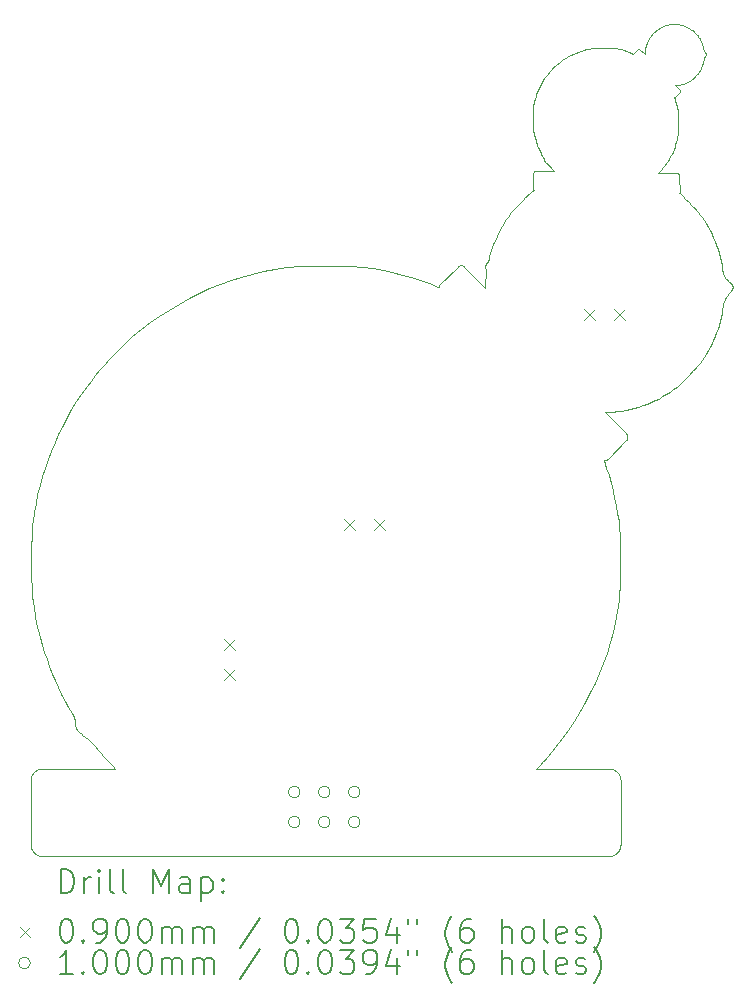
<source format=gbr>
%TF.GenerationSoftware,KiCad,Pcbnew,(6.0.9)*%
%TF.CreationDate,2023-05-26T18:19:01-07:00*%
%TF.ProjectId,DC31_Cnet_Badge_SAO,44433331-5f43-46e6-9574-5f4261646765,rev?*%
%TF.SameCoordinates,Original*%
%TF.FileFunction,Drillmap*%
%TF.FilePolarity,Positive*%
%FSLAX45Y45*%
G04 Gerber Fmt 4.5, Leading zero omitted, Abs format (unit mm)*
G04 Created by KiCad (PCBNEW (6.0.9)) date 2023-05-26 18:19:01*
%MOMM*%
%LPD*%
G01*
G04 APERTURE LIST*
%ADD10C,0.049645*%
%ADD11C,0.200000*%
%ADD12C,0.090000*%
%ADD13C,0.100000*%
G04 APERTURE END LIST*
D10*
X15458622Y-7952541D02*
X15455494Y-7952482D01*
X15146201Y-8162864D02*
X15145768Y-8163113D01*
X10365294Y-13809899D02*
X10367006Y-13813839D01*
X15489758Y-11010597D02*
X15493673Y-11007127D01*
X15795892Y-10594355D02*
X15807936Y-10563221D01*
X15471588Y-9214260D02*
X15470312Y-9214208D01*
X10419441Y-13952588D02*
X10426384Y-13958835D01*
X15449332Y-7952476D02*
X15449332Y-7952476D01*
X10014230Y-12784944D02*
X10016596Y-12809110D01*
X15594561Y-9481897D02*
X15574543Y-9461222D01*
X15636498Y-9526000D02*
X15625181Y-9513902D01*
X14977642Y-14296818D02*
X14974671Y-14293031D01*
X15537296Y-7967573D02*
X15528116Y-7964391D01*
X12270002Y-10004132D02*
X12238577Y-10005405D01*
X15207739Y-8152481D02*
X15207535Y-8152877D01*
X13457979Y-10174903D02*
X13457515Y-10175773D01*
X13457071Y-10176656D02*
X13456647Y-10177549D01*
X15056096Y-11450864D02*
X15056235Y-11448869D01*
X15485608Y-8862550D02*
X15486271Y-8856471D01*
X14966778Y-12923572D02*
X14980368Y-12833729D01*
X14864228Y-11646790D02*
X14866616Y-11646593D01*
X15477635Y-8664465D02*
X15474252Y-8648890D01*
X15684915Y-8111891D02*
X15681620Y-8104109D01*
X15477701Y-9215435D02*
X15476520Y-9215083D01*
X14989660Y-14317775D02*
X14987655Y-14313335D01*
X15873440Y-10296829D02*
X15873440Y-10296829D01*
X14985445Y-14309012D02*
X14983035Y-14304815D01*
X14959420Y-12029201D02*
X14946258Y-11964395D01*
X10035417Y-14282460D02*
X10031818Y-14285888D01*
X14341252Y-14196553D02*
X14354253Y-14182714D01*
X15408573Y-9093479D02*
X15419415Y-9073965D01*
X14983411Y-12184230D02*
X14980368Y-12159610D01*
X14786415Y-8153340D02*
X14783460Y-8153609D01*
X15203086Y-8176851D02*
X15203089Y-8178405D01*
X10055475Y-14268336D02*
X10051215Y-14270747D01*
X13666304Y-9999936D02*
X13664541Y-9999022D01*
X15208933Y-8148847D02*
X15208933Y-8148847D01*
X15713398Y-8223313D02*
X15713398Y-8223313D01*
X15706211Y-8233430D02*
X15707183Y-8231842D01*
X14890141Y-11635300D02*
X15044447Y-11476344D01*
X14283046Y-14256536D02*
X14283046Y-14256536D01*
X15717945Y-8199748D02*
X15717004Y-8198746D01*
X15480597Y-8680101D02*
X15477635Y-8664465D01*
X15472849Y-9214375D02*
X15471588Y-9214260D01*
X10538464Y-14058643D02*
X10552269Y-14074678D01*
X14398813Y-8352369D02*
X14389439Y-8363249D01*
X12982867Y-10036559D02*
X12901456Y-10021946D01*
X15484644Y-8707878D02*
X15483971Y-8701891D01*
X14227163Y-9386101D02*
X14222702Y-9390288D01*
X15768894Y-9731081D02*
X15753704Y-9700746D01*
X15154198Y-8162260D02*
X15153735Y-8162106D01*
X15721873Y-8210187D02*
X15721873Y-8210187D01*
X13460590Y-10170735D02*
X13460030Y-10171543D01*
X15933440Y-10211654D02*
X15935405Y-10208703D01*
X15481097Y-9216816D02*
X15479992Y-9216303D01*
X15447456Y-9013370D02*
X15455280Y-8992552D01*
X10455983Y-13983538D02*
X10463355Y-13989201D01*
X15463106Y-8470347D02*
X15466807Y-8470207D01*
X15946558Y-10183038D02*
X15947100Y-10180501D01*
X15202989Y-8174873D02*
X15203034Y-8175487D01*
X15564050Y-7979246D02*
X15555279Y-7975006D01*
X15710446Y-8227127D02*
X15711812Y-8225334D01*
X15702384Y-9612952D02*
X15683394Y-9584838D01*
X14255749Y-9362322D02*
X14253202Y-9364176D01*
X14260706Y-9358100D02*
X14260825Y-9358592D01*
X10010107Y-14318415D02*
X10008348Y-14322979D01*
X15201983Y-8197038D02*
X15201823Y-8203243D01*
X13455862Y-10179369D02*
X13455862Y-10179369D01*
X13223032Y-10096298D02*
X13143714Y-10073760D01*
X15709638Y-8191465D02*
X15708489Y-8190395D01*
X15454706Y-8470481D02*
X15459016Y-8470438D01*
X15864603Y-10336155D02*
X15865634Y-10328990D01*
X15947538Y-10175873D02*
X15947501Y-10174778D01*
X15252909Y-8054692D02*
X15252909Y-8054692D01*
X15947401Y-10173696D02*
X15947236Y-10172623D01*
X14256782Y-8658645D02*
X14254262Y-8677445D01*
X15318125Y-9211934D02*
X15318125Y-9211934D01*
X13853588Y-9991244D02*
X13853282Y-9992896D01*
X14879755Y-13275510D02*
X14906337Y-13188803D01*
X15293764Y-8011451D02*
X15292553Y-8012615D01*
X15703218Y-8185485D02*
X15702184Y-8177631D01*
X15459120Y-8570334D02*
X15459584Y-8569955D01*
X13875384Y-9959566D02*
X13874476Y-9961174D01*
X15202273Y-8169595D02*
X15202503Y-8171527D01*
X15398551Y-7958629D02*
X15390932Y-7960512D01*
X15207535Y-8152877D02*
X15207310Y-8153277D01*
X14222702Y-9390288D02*
X14217820Y-9394979D01*
X15705216Y-8235145D02*
X15706211Y-8233430D01*
X10059834Y-14987866D02*
X10064300Y-14989847D01*
X15807936Y-10563221D02*
X15819020Y-10531693D01*
X14260498Y-9357111D02*
X14260597Y-9357606D01*
X15024414Y-8174242D02*
X15003535Y-8168592D01*
X13857057Y-10048161D02*
X13857223Y-10050620D01*
X15207062Y-8153687D02*
X15206787Y-8154113D01*
X15708489Y-8190395D02*
X15708489Y-8190395D01*
X14258138Y-9220926D02*
X14260154Y-9354613D01*
X15422676Y-7954308D02*
X15418328Y-7954901D01*
X10567304Y-14092670D02*
X10581269Y-14109213D01*
X15719945Y-8214462D02*
X15720322Y-8213817D01*
X10055467Y-14985668D02*
X10059834Y-14987866D01*
X15351800Y-11106009D02*
X15383487Y-11087119D01*
X13929116Y-9794943D02*
X13919347Y-9819640D01*
X14997524Y-14356788D02*
X14997394Y-14351631D01*
X15870044Y-10306418D02*
X15871180Y-10302466D01*
X14352348Y-8412729D02*
X14341966Y-8428771D01*
X14868983Y-11646250D02*
X14871323Y-11645766D01*
X14400616Y-9161818D02*
X14404619Y-9166367D01*
X14995491Y-14336589D02*
X14994373Y-14331740D01*
X14989687Y-12687882D02*
X14990192Y-12638248D01*
X15501267Y-8523241D02*
X15501279Y-8522726D01*
X15938275Y-10156982D02*
X15935610Y-10153867D01*
X13639332Y-9995833D02*
X13637400Y-9996282D01*
X15300710Y-8005445D02*
X15300710Y-8005445D01*
X15155980Y-8163113D02*
X15155547Y-8162864D01*
X15483222Y-9217992D02*
X15482175Y-9217379D01*
X14363248Y-8396997D02*
X14352348Y-8412729D01*
X14871323Y-11645766D02*
X14873629Y-11645141D01*
X14987651Y-14940679D02*
X14989656Y-14936238D01*
X10010104Y-14935586D02*
X10012083Y-14940058D01*
X14252745Y-8741322D02*
X14253022Y-8760799D01*
X10097664Y-14256658D02*
X10092732Y-14257024D01*
X14351535Y-9113424D02*
X14351725Y-9113771D01*
X15202234Y-8191438D02*
X15202097Y-8194145D01*
X15151356Y-8161692D02*
X15150874Y-8161680D01*
X15208397Y-8150841D02*
X15208250Y-8151271D01*
X12500312Y-10002481D02*
X12358781Y-10002783D01*
X15148482Y-8161976D02*
X15148013Y-8162106D01*
X10102621Y-14997473D02*
X14897427Y-14997473D01*
X14266019Y-9202650D02*
X14265140Y-9203485D01*
X14259463Y-9212580D02*
X14259100Y-9213724D01*
X15045880Y-11418985D02*
X15044447Y-11417433D01*
X15004593Y-11226445D02*
X15041287Y-11220199D01*
X15501279Y-8522726D02*
X15501267Y-8522211D01*
X14949338Y-14271061D02*
X14945146Y-14268647D01*
X15501083Y-8520691D02*
X15500974Y-8520195D01*
X14253202Y-9364176D02*
X14251942Y-9365121D01*
X14342991Y-9081607D02*
X14342991Y-9081607D01*
X10016687Y-14948694D02*
X10019306Y-14952843D01*
X15847416Y-9955931D02*
X15839246Y-9922638D01*
X14355367Y-9118054D02*
X14356755Y-9119443D01*
X14256743Y-8844205D02*
X14259225Y-8859587D01*
X14192077Y-9420709D02*
X14174074Y-9439116D01*
X15501230Y-8521700D02*
X15501168Y-8521193D01*
X14269286Y-8906093D02*
X14273471Y-8921604D01*
X15487363Y-8826494D02*
X15487301Y-8814214D01*
X15491695Y-9226465D02*
X15491034Y-9225449D01*
X15453704Y-8572374D02*
X15454287Y-8572320D01*
X15656806Y-8060083D02*
X15651851Y-8053245D01*
X15208801Y-8149397D02*
X15208669Y-8149910D01*
X10019637Y-12833729D02*
X10019637Y-12833729D01*
X15055541Y-11438917D02*
X15055125Y-11436956D01*
X14997524Y-14897221D02*
X14997524Y-14356788D01*
X10704588Y-10748747D02*
X10662957Y-10792474D01*
X14206392Y-9406255D02*
X14192077Y-9420709D01*
X15911055Y-10128138D02*
X15905858Y-10123023D01*
X13974406Y-9698076D02*
X13962201Y-9721899D01*
X15605084Y-8005445D02*
X15605084Y-8005445D01*
X15498321Y-8515388D02*
X15454706Y-8470481D01*
X14977636Y-14957196D02*
X14980427Y-14953266D01*
X14272798Y-8584592D02*
X14267916Y-8602903D01*
X14957316Y-14977549D02*
X14961097Y-14974572D01*
X15796344Y-9793211D02*
X15783111Y-9761910D01*
X15920937Y-10138096D02*
X15916133Y-10133214D01*
X10014230Y-12208403D02*
X10012456Y-12234853D01*
X14595799Y-8205678D02*
X14574554Y-8215985D01*
X10597165Y-14127371D02*
X10614747Y-14146900D01*
X14409044Y-9171260D02*
X14413830Y-9176437D01*
X13647262Y-9995025D02*
X13647262Y-9995025D01*
X13873471Y-9962824D02*
X13872361Y-9964536D01*
X15471374Y-7953144D02*
X15461785Y-7952631D01*
X13853056Y-9995029D02*
X13852906Y-9997590D01*
X15944908Y-10188774D02*
X15944908Y-10188774D01*
X14803738Y-8152567D02*
X14799651Y-8152650D01*
X15052537Y-11429337D02*
X15051658Y-11427507D01*
X15485608Y-8862550D02*
X15485608Y-8862550D01*
X14882397Y-11641271D02*
X14884444Y-11639971D01*
X15341161Y-9187747D02*
X15343550Y-9185011D01*
X14252508Y-8713502D02*
X14252570Y-8725781D01*
X14990496Y-12496695D02*
X14990496Y-12496695D01*
X10361291Y-13801837D02*
X10363395Y-13805917D01*
X15916133Y-10133214D02*
X15911055Y-10128138D01*
X15496709Y-9379546D02*
X15496851Y-9378970D01*
X10006812Y-14327625D02*
X10005503Y-14332346D01*
X14418913Y-9181837D02*
X14424234Y-9187397D01*
X15722526Y-8206989D02*
X15722517Y-8206718D01*
X15488413Y-8467924D02*
X15497530Y-8466377D01*
X15055541Y-11454828D02*
X15055865Y-11452851D01*
X14982472Y-8163666D02*
X14961240Y-8159474D01*
X14349295Y-9100210D02*
X14349295Y-9100210D01*
X15500974Y-8525257D02*
X15501083Y-8524761D01*
X13631777Y-9998198D02*
X13629972Y-9999022D01*
X15885686Y-10275845D02*
X15889713Y-10269684D01*
X15208933Y-8148847D02*
X15208801Y-8149397D01*
X14371687Y-8385528D02*
X14363248Y-8396997D01*
X14996370Y-14912486D02*
X14997007Y-14907469D01*
X15202354Y-8160240D02*
X15202215Y-8160474D01*
X15868914Y-10311080D02*
X15870044Y-10306418D01*
X10008345Y-14931023D02*
X10010104Y-14935586D01*
X10003578Y-14912024D02*
X10004423Y-14916869D01*
X10005501Y-14921656D02*
X10006809Y-14926377D01*
X15499846Y-8528056D02*
X15500089Y-8527614D01*
X14553754Y-8227098D02*
X14533436Y-8239000D01*
X15925309Y-10142628D02*
X15920937Y-10138096D01*
X14250697Y-9366085D02*
X14242800Y-9372432D01*
X15218429Y-8118106D02*
X15216171Y-8124264D01*
X14370948Y-9131665D02*
X14372743Y-9132998D01*
X13887224Y-9918763D02*
X13881055Y-9943363D01*
X15346960Y-7976661D02*
X15339978Y-7980136D01*
X14897436Y-14256536D02*
X14283046Y-14256536D01*
X15699415Y-8160699D02*
X15697638Y-8152342D01*
X14374462Y-9134213D02*
X14374462Y-9134213D01*
X14700244Y-13692605D02*
X14742237Y-13611649D01*
X10019311Y-14301158D02*
X10016692Y-14305307D01*
X10476663Y-11019163D02*
X10476663Y-11019163D01*
X14875896Y-11644377D02*
X14878117Y-11643476D01*
X15003535Y-8168592D02*
X14982472Y-8163666D01*
X10078213Y-14994453D02*
X10082994Y-14995532D01*
X14884444Y-11639971D02*
X14886422Y-11638541D01*
X13633619Y-9997466D02*
X13631777Y-9998198D01*
X10719284Y-14256536D02*
X10102629Y-14256536D01*
X14260154Y-9354613D02*
X14260154Y-9354613D01*
X15413985Y-7955577D02*
X15413985Y-7955577D01*
X15678276Y-8326129D02*
X15681729Y-8318615D01*
X15753704Y-9700746D02*
X15737549Y-9670930D01*
X15721673Y-8204273D02*
X15721485Y-8203976D01*
X15144933Y-8163681D02*
X15144532Y-8164001D01*
X15608930Y-8008608D02*
X15607046Y-8007019D01*
X15105786Y-8203830D02*
X15105786Y-8203830D01*
X15045094Y-8180603D02*
X15024414Y-8174242D01*
X15452528Y-8572375D02*
X15453117Y-8572392D01*
X14742237Y-13611649D02*
X14781221Y-13529380D01*
X15869771Y-10089400D02*
X15869771Y-10089400D01*
X14777383Y-8154273D02*
X14753896Y-8157523D01*
X14457711Y-8294169D02*
X14440349Y-8309767D01*
X15054617Y-11435014D02*
X15054016Y-11433095D01*
X15605084Y-8417513D02*
X15607045Y-8415937D01*
X10348020Y-11215558D02*
X10309349Y-11283296D01*
X15455436Y-8572110D02*
X15455998Y-8571954D01*
X14372743Y-9132998D02*
X14374462Y-9134213D01*
X14351414Y-9113129D02*
X14351414Y-9113129D01*
X15722451Y-8206185D02*
X15722394Y-8205920D01*
X15495789Y-9382363D02*
X15495789Y-9382363D01*
X10019306Y-14952843D02*
X10022131Y-14956868D01*
X15515494Y-8462299D02*
X15524325Y-8459775D01*
X14961240Y-8159474D02*
X14939854Y-8156030D01*
X14997394Y-14351631D02*
X14997008Y-14346541D01*
X10380064Y-13880891D02*
X10382281Y-13896621D01*
X15051658Y-11427507D02*
X15050687Y-11425714D01*
X10079275Y-11857397D02*
X10060793Y-11932275D01*
X15722117Y-8205117D02*
X15721988Y-8204842D01*
X15647259Y-10849361D02*
X15654300Y-10841059D01*
X14556583Y-13926779D02*
X14607380Y-13850251D01*
X14348092Y-9093174D02*
X14348351Y-9094382D01*
X15573355Y-10927230D02*
X15613675Y-10885507D01*
X10028729Y-12895774D02*
X10039608Y-12958125D01*
X15838255Y-10467591D02*
X15846378Y-10435084D01*
X10272823Y-11352070D02*
X10238468Y-11421819D01*
X14086290Y-9530498D02*
X14077676Y-9540122D01*
X15703591Y-8238458D02*
X15703870Y-8237662D01*
X15149146Y-11193575D02*
X15184244Y-11182115D01*
X14380407Y-8374291D02*
X14371687Y-8385528D01*
X14424234Y-9187397D02*
X14429729Y-9193057D01*
X15695454Y-8279487D02*
X15697466Y-8271409D01*
X15616076Y-8407543D02*
X15619628Y-8403955D01*
X13919347Y-9819640D02*
X13910248Y-9844423D01*
X15202637Y-8172437D02*
X15202783Y-8173290D01*
X15865637Y-10057671D02*
X15865637Y-10057671D01*
X10477387Y-13999291D02*
X10481270Y-14002050D01*
X14983035Y-14304815D02*
X14980432Y-14300748D01*
X10028394Y-14289490D02*
X10025165Y-14293242D01*
X14869109Y-11236720D02*
X14886427Y-11236550D01*
X15146643Y-8162639D02*
X15146201Y-8162864D01*
X14922443Y-14994312D02*
X14927193Y-14992960D01*
X14513636Y-8251675D02*
X14494391Y-8265106D01*
X10384212Y-13908702D02*
X10384993Y-13912838D01*
X15155105Y-8162639D02*
X15154655Y-8162438D01*
X14313180Y-9026915D02*
X14320196Y-9041095D01*
X13866637Y-9972457D02*
X13866637Y-9972457D01*
X15573355Y-10927230D02*
X15573355Y-10927230D01*
X14256743Y-8844205D02*
X14256743Y-8844205D01*
X13623185Y-10003205D02*
X13621613Y-10004465D01*
X15500687Y-8526227D02*
X15500842Y-8525746D01*
X14413830Y-9176437D02*
X14418913Y-9181837D01*
X10002604Y-14902191D02*
X10002971Y-14907129D01*
X15438865Y-9033891D02*
X15447456Y-9013370D01*
X13879439Y-9949568D02*
X13878875Y-9951385D01*
X15674595Y-8333519D02*
X15678276Y-8326129D01*
X15709252Y-8228762D02*
X15710446Y-8227127D01*
X15266095Y-8039684D02*
X15262607Y-8043348D01*
X13675848Y-10007235D02*
X13675848Y-10007235D01*
X14946258Y-11964395D02*
X14931337Y-11899914D01*
X14854588Y-11646101D02*
X14856999Y-11646499D01*
X15507892Y-9393685D02*
X15501516Y-9387627D01*
X13635494Y-9996827D02*
X13633619Y-9997466D01*
X15722394Y-8205920D02*
X15722319Y-8205655D01*
X15460028Y-8569545D02*
X15498321Y-8530064D01*
X14922451Y-14259699D02*
X14917609Y-14258578D01*
X15056281Y-11446871D02*
X15056235Y-11444873D01*
X15700932Y-8169130D02*
X15699415Y-8160699D01*
X13855494Y-9987739D02*
X13854537Y-9989188D01*
X14254262Y-8677445D02*
X14253600Y-8683525D01*
X13950568Y-9746019D02*
X13939532Y-9770385D01*
X15449332Y-7952476D02*
X15444781Y-7952575D01*
X15494252Y-9231985D02*
X15493845Y-9230827D01*
X14936397Y-14264424D02*
X14931852Y-14262628D01*
X14971525Y-14289393D02*
X14968211Y-14285912D01*
X15700732Y-8255070D02*
X15701977Y-8246825D01*
X15440285Y-7952757D02*
X15435834Y-7953021D01*
X15712159Y-8193881D02*
X15710874Y-8192640D01*
X15697466Y-8271409D02*
X15699227Y-8263267D01*
X15056096Y-11442879D02*
X15055865Y-11440892D01*
X10030950Y-12083442D02*
X10019637Y-12159610D01*
X14231303Y-9382318D02*
X14227163Y-9386101D01*
X10386823Y-13917995D02*
X10389092Y-13921338D01*
X14854588Y-11646101D02*
X14854588Y-11646101D01*
X15929095Y-10146658D02*
X15929095Y-10146658D01*
X14574554Y-8215985D02*
X14553754Y-8227098D01*
X14387174Y-14146207D02*
X14446443Y-14074839D01*
X15486848Y-8779196D02*
X15486848Y-8779196D01*
X15206146Y-8155034D02*
X15205367Y-8156082D01*
X15202864Y-8173776D02*
X15202932Y-8174303D01*
X15396999Y-9112617D02*
X15408573Y-9093479D01*
X10002481Y-14356788D02*
X10002481Y-14356788D01*
X15319460Y-11123694D02*
X15351800Y-11106009D01*
X14902830Y-11236206D02*
X14917668Y-11235667D01*
X15932556Y-10150439D02*
X15929095Y-10146658D01*
X15721485Y-8203976D02*
X15721277Y-8203669D01*
X10514254Y-14032142D02*
X10519905Y-14038095D01*
X15684951Y-8310985D02*
X15687938Y-8303250D01*
X13894162Y-9894038D02*
X13887224Y-9918763D01*
X15497480Y-9374259D02*
X15497494Y-9373661D01*
X15496383Y-9380686D02*
X15496553Y-9380118D01*
X15497530Y-8466377D02*
X15506560Y-8464501D01*
X14997524Y-14356788D02*
X14997524Y-14356788D01*
X14259100Y-9213724D02*
X14258794Y-9214888D01*
X10019637Y-12159610D02*
X10019637Y-12159610D01*
X15582531Y-8433347D02*
X15590230Y-8428361D01*
X14058253Y-9564368D02*
X14058253Y-9564368D01*
X15049624Y-11469801D02*
X15050687Y-11468045D01*
X10010353Y-12305492D02*
X10009857Y-12355134D01*
X15202576Y-8186726D02*
X15202393Y-8188954D01*
X14869109Y-11236720D02*
X14869109Y-11236720D01*
X14878117Y-11643476D02*
X14880286Y-11642440D01*
X14730561Y-8161714D02*
X14707415Y-8166830D01*
X15202503Y-8171527D02*
X15202637Y-8172437D01*
X15049624Y-11423961D02*
X15048468Y-11422253D01*
X15501516Y-9387627D02*
X15495789Y-9382363D01*
X15497494Y-9373062D02*
X15497494Y-9373062D01*
X14359935Y-9122447D02*
X14361678Y-9124018D01*
X15720322Y-8213817D02*
X15720654Y-8213200D01*
X15506560Y-8464501D02*
X15515494Y-8462299D01*
X13672885Y-10004465D02*
X13671317Y-10003205D01*
X14259902Y-8639944D02*
X14256782Y-8658645D01*
X15693308Y-8135877D02*
X15690761Y-8127781D01*
X15157605Y-8164344D02*
X15157216Y-8164001D01*
X10263975Y-13626021D02*
X10292674Y-13681637D01*
X15454287Y-8572320D02*
X15454865Y-8572232D01*
X14387174Y-14146207D02*
X14387174Y-14146207D01*
X15643187Y-8379625D02*
X15645909Y-8376709D01*
X15597306Y-7999557D02*
X15589298Y-7993988D01*
X15150392Y-8161692D02*
X15149911Y-8161727D01*
X14912680Y-14257695D02*
X14907670Y-14257056D01*
X14985783Y-12208403D02*
X14983411Y-12184230D01*
X15904361Y-10249674D02*
X15910750Y-10241536D01*
X10009857Y-12638248D02*
X10011192Y-12727058D01*
X13671317Y-10003205D02*
X13669695Y-10002029D01*
X15499297Y-8516551D02*
X15498992Y-8516148D01*
X15319746Y-7991850D02*
X15313259Y-7996176D01*
X15232093Y-8087906D02*
X15229064Y-8093824D01*
X13653235Y-9995481D02*
X13651260Y-9995229D01*
X15722517Y-8206718D02*
X15722492Y-8206450D01*
X15717004Y-8198746D02*
X15715915Y-8197621D01*
X15721277Y-8203669D02*
X15720796Y-8203019D01*
X13856571Y-10043760D02*
X13856840Y-10045876D01*
X10044677Y-12007644D02*
X10030950Y-12083442D01*
X15148955Y-8161869D02*
X15148482Y-8161976D01*
X13910248Y-9844423D02*
X13901845Y-9869240D01*
X14783460Y-8153609D02*
X14777383Y-8154273D01*
X15498321Y-8530064D02*
X15498666Y-8529692D01*
X14000431Y-9651538D02*
X13987157Y-9674605D01*
X15148013Y-8162106D02*
X15147550Y-8162260D01*
X14280130Y-9196567D02*
X14278920Y-9196699D01*
X15685899Y-10798371D02*
X15704268Y-10770956D01*
X15435834Y-7953021D02*
X15431421Y-7953367D01*
X14980368Y-12833729D02*
X14983412Y-12809110D01*
X14353115Y-9115613D02*
X14354145Y-9116770D01*
X15384701Y-9131359D02*
X15396999Y-9112617D01*
X15298749Y-8007020D02*
X15297812Y-8007802D01*
X11973934Y-10045529D02*
X11880170Y-10067613D01*
X10793233Y-10661768D02*
X10747971Y-10705225D01*
X14265140Y-9203485D02*
X14265140Y-9203485D01*
X10097655Y-14997350D02*
X10102621Y-14997473D01*
X15454865Y-8572232D02*
X15455436Y-8572110D01*
X14260202Y-9355115D02*
X14260261Y-9355616D01*
X15207924Y-8152085D02*
X15207739Y-8152481D01*
X15737549Y-9670930D02*
X15720439Y-9641658D01*
X14267916Y-8602903D02*
X14263615Y-8621359D01*
X14352300Y-9114606D02*
X14353115Y-9115613D01*
X14970799Y-12094287D02*
X14959420Y-12029201D01*
X13621613Y-10004465D02*
X13620098Y-10005809D01*
X15497809Y-11003349D02*
X15502265Y-10999166D01*
X10082513Y-13145679D02*
X10100080Y-13207920D01*
X15201823Y-8203243D02*
X15201750Y-8209773D01*
X15499582Y-8528485D02*
X15499846Y-8528056D01*
X15719517Y-8215147D02*
X15719945Y-8214462D01*
X14251942Y-9365121D02*
X14250697Y-9366085D01*
X15491034Y-9225449D02*
X15490329Y-9224467D01*
X15455998Y-8571954D02*
X15456551Y-8571765D01*
X15931210Y-10214851D02*
X15933440Y-10211654D01*
X10363395Y-13805917D02*
X10365294Y-13809899D01*
X15670689Y-8340777D02*
X15674595Y-8333519D01*
X13866637Y-9972457D02*
X13862241Y-9978320D01*
X10477387Y-13999291D02*
X10477387Y-13999291D01*
X14914683Y-11835800D02*
X14896323Y-11772098D01*
X15474092Y-9214551D02*
X15472849Y-9214375D01*
X10002971Y-14346877D02*
X10002604Y-14351815D01*
X14980427Y-14953266D02*
X14983031Y-14949199D01*
X14277724Y-9196890D02*
X14276543Y-9197139D01*
X14283018Y-8952443D02*
X14288355Y-8967703D01*
X15205367Y-8156082D02*
X15205367Y-8156082D01*
X15201750Y-8209773D02*
X15157980Y-8164712D01*
X15482175Y-9217379D02*
X15481097Y-9216816D01*
X14258222Y-9218475D02*
X14258149Y-9219696D01*
X15144532Y-8164001D02*
X15144144Y-8164344D01*
X15782904Y-10625059D02*
X15795892Y-10594355D01*
X15210462Y-8142734D02*
X15208933Y-8148847D01*
X15720654Y-8213200D02*
X15720947Y-8212603D01*
X13852830Y-10003777D02*
X13853033Y-10011020D01*
X10662957Y-10792474D02*
X10622952Y-10836549D01*
X15938654Y-10203361D02*
X15939992Y-10200886D01*
X14803738Y-8152567D02*
X14803738Y-8152567D01*
X10292674Y-13681637D02*
X10322555Y-13735825D01*
X13853290Y-10125598D02*
X13852829Y-10137261D01*
X15545162Y-9431042D02*
X15523648Y-9409220D01*
X15444767Y-11045776D02*
X15474291Y-11023348D01*
X14935255Y-8155463D02*
X14929782Y-8154973D01*
X15500510Y-8526699D02*
X15500687Y-8526227D01*
X15708489Y-8190395D02*
X15703218Y-8185485D01*
X15853486Y-10402320D02*
X15859566Y-10369332D01*
X10016692Y-14305307D02*
X10014282Y-14309571D01*
X15945822Y-10185782D02*
X15946558Y-10183038D01*
X15721873Y-8210187D02*
X15722100Y-8209444D01*
X10031812Y-14968114D02*
X10031812Y-14968114D01*
X13857223Y-10050620D02*
X13857338Y-10053258D01*
X15406237Y-7956983D02*
X15398551Y-7958629D01*
X13301535Y-10121429D02*
X13223032Y-10096298D01*
X15605084Y-8417513D02*
X15605084Y-8417513D01*
X15486271Y-8856471D02*
X15486767Y-8850499D01*
X15493384Y-9229695D02*
X15492871Y-9228589D01*
X15550864Y-10950367D02*
X15573355Y-10927230D01*
X14377361Y-14157402D02*
X14387174Y-14146207D01*
X10633766Y-14167555D02*
X10653977Y-14189092D01*
X13456244Y-10178454D02*
X13455862Y-10179369D01*
X14235222Y-9378844D02*
X14231303Y-9382318D01*
X14991448Y-14931686D02*
X14993022Y-14927029D01*
X10937960Y-10536344D02*
X10864277Y-10597651D01*
X15449332Y-7952476D02*
X15449332Y-7952476D01*
X13618642Y-10007235D02*
X13618642Y-10007235D01*
X10008348Y-14322979D02*
X10006812Y-14327625D01*
X15245509Y-8065239D02*
X15241972Y-8070729D01*
X15707183Y-8231842D02*
X15708181Y-8230310D01*
X15335521Y-9193929D02*
X15338472Y-9190731D01*
X13458462Y-10174044D02*
X13457979Y-10174903D01*
X15613675Y-10885507D02*
X15627701Y-10870759D01*
X15466260Y-8617959D02*
X15461669Y-8602619D01*
X15113598Y-11203752D02*
X15149146Y-11193575D01*
X14906337Y-13188803D02*
X14929726Y-13101190D01*
X10176365Y-11564000D02*
X10148667Y-11636311D01*
X14989656Y-14936238D02*
X14991448Y-14931686D01*
X10481270Y-14002050D02*
X10485342Y-14005174D01*
X14980368Y-12159610D02*
X14980368Y-12159610D01*
X14348833Y-9097068D02*
X14349295Y-9100210D01*
X14931337Y-11899914D02*
X14914683Y-11835800D01*
X15461785Y-7952631D02*
X15461785Y-7952631D01*
X15202576Y-8186726D02*
X15202576Y-8186726D01*
X13858388Y-9983608D02*
X13855494Y-9987739D01*
X15451937Y-8572322D02*
X15452528Y-8572375D01*
X13855124Y-10034711D02*
X13855663Y-10038372D01*
X11173360Y-10369990D02*
X11092650Y-10422443D01*
X14259225Y-8859587D02*
X14262150Y-8875051D01*
X15496553Y-9380118D02*
X15496709Y-9379546D01*
X14990192Y-12638248D02*
X14990434Y-12575428D01*
X15693193Y-8287492D02*
X15695454Y-8279487D01*
X15487302Y-8836185D02*
X15487363Y-8826494D01*
X15558442Y-8446516D02*
X15566628Y-8442428D01*
X14914942Y-8154177D02*
X14904940Y-8153847D01*
X15871180Y-10302466D02*
X15872315Y-10299259D01*
X10238468Y-11421819D02*
X10206307Y-11492483D01*
X15202118Y-8160751D02*
X15202042Y-8161160D01*
X15208250Y-8151271D02*
X15208094Y-8151684D01*
X14917668Y-11235667D02*
X14924298Y-11235318D01*
X15498666Y-8515760D02*
X15498321Y-8515388D01*
X14305735Y-8495730D02*
X14298030Y-8513093D01*
X10372346Y-13830298D02*
X10373394Y-13834866D01*
X14253022Y-8760799D02*
X14253618Y-8795816D01*
X14381067Y-9139820D02*
X14382364Y-9141102D01*
X15674300Y-8088902D02*
X15670280Y-8081489D01*
X15202097Y-8194145D02*
X15201983Y-8197038D01*
X15056235Y-11444873D02*
X15056096Y-11442879D01*
X15649806Y-8372270D02*
X15651355Y-8370336D01*
X10014278Y-14944430D02*
X10016687Y-14948694D01*
X15413985Y-7955577D02*
X15406237Y-7956983D01*
X15546356Y-7971114D02*
X15537296Y-7967573D01*
X10622952Y-10836549D02*
X10584446Y-10881113D01*
X14949886Y-13012753D02*
X14966778Y-12923572D01*
X13856063Y-10085992D02*
X13855217Y-10095705D01*
X13657120Y-9996282D02*
X13655189Y-9995833D01*
X13857401Y-10056082D02*
X13857374Y-10062306D01*
X14259569Y-9359543D02*
X14258301Y-9360477D01*
X15065559Y-8187662D02*
X15045094Y-8180603D01*
X10206307Y-11492483D02*
X10176365Y-11564000D01*
X15147550Y-8162260D02*
X15147093Y-8162438D01*
X15704148Y-8237058D02*
X15704148Y-8237058D01*
X15687963Y-8119784D02*
X15684915Y-8111891D01*
X15507142Y-10994481D02*
X15518561Y-10983214D01*
X15458137Y-8571002D02*
X15458637Y-8570684D01*
X15201750Y-8209773D02*
X15201750Y-8209773D01*
X10004424Y-14337134D02*
X10003579Y-14341980D01*
X15638881Y-8038800D02*
X15634712Y-8034462D01*
X15459584Y-8569955D02*
X15460028Y-8569545D01*
X13462382Y-10168397D02*
X13461767Y-10169162D01*
X14070634Y-9548424D02*
X14064412Y-9556231D01*
X13637400Y-9996282D02*
X13635494Y-9996827D01*
X14260883Y-9209283D02*
X14260355Y-9210357D01*
X14929782Y-8154973D02*
X14923117Y-8154548D01*
X10494090Y-14012560D02*
X10498784Y-14016840D01*
X14389439Y-8363249D02*
X14380407Y-8374291D01*
X14346421Y-9087942D02*
X14346820Y-9088927D01*
X12500312Y-10002481D02*
X12500312Y-10002481D01*
X14255899Y-8838104D02*
X14256743Y-8844205D01*
X15457622Y-8571288D02*
X15458137Y-8571002D01*
X10031818Y-14285888D02*
X10028394Y-14289490D01*
X15703037Y-8240596D02*
X15703313Y-8239439D01*
X15326365Y-7987733D02*
X15319746Y-7991850D01*
X14254268Y-8817788D02*
X14254693Y-8825571D01*
X14278920Y-9196699D02*
X14277724Y-9196890D01*
X10051215Y-14270747D02*
X10047072Y-14273369D01*
X15704148Y-8237058D02*
X15705216Y-8235145D01*
X15361245Y-7970373D02*
X15354051Y-7973406D01*
X14408560Y-8341616D02*
X14398813Y-8352369D01*
X15865634Y-10328990D02*
X15866701Y-10322399D01*
X10431702Y-11083431D02*
X10388812Y-11148916D01*
X13655189Y-9995833D02*
X13653235Y-9995481D01*
X15223437Y-8105870D02*
X15220853Y-8111971D01*
X15202215Y-8160474D02*
X15202215Y-8160474D01*
X10073506Y-14260862D02*
X10068866Y-14262398D01*
X15212182Y-8136591D02*
X15210462Y-8142734D01*
X14988839Y-12266307D02*
X14987565Y-12234853D01*
X15286166Y-8019002D02*
X15281697Y-8023573D01*
X13869777Y-9968239D02*
X13866637Y-9972457D01*
X13662738Y-9998198D02*
X13660898Y-9997466D01*
X12163434Y-10012609D02*
X12068404Y-10027170D01*
X10009621Y-12417960D02*
X10009560Y-12496695D01*
X14242800Y-9372432D02*
X14239021Y-9375581D01*
X12901456Y-10021946D02*
X12819466Y-10010025D01*
X14346820Y-9088927D02*
X14347182Y-9089929D01*
X15541641Y-8453771D02*
X15550110Y-8450298D01*
X14924298Y-11235318D02*
X14930293Y-11234912D01*
X15461669Y-8602619D02*
X15456695Y-8587374D01*
X10322555Y-13735825D02*
X10353570Y-13788451D01*
X15619628Y-8403955D02*
X15624097Y-8399385D01*
X14792580Y-8152920D02*
X14789427Y-8153110D01*
X14907670Y-14257056D02*
X14902587Y-14256668D01*
X15208535Y-8150389D02*
X15208397Y-8150841D01*
X10087843Y-14257631D02*
X10083003Y-14258475D01*
X13854199Y-10026924D02*
X13855124Y-10034711D01*
X13852829Y-10137261D02*
X13852172Y-10162271D01*
X10006809Y-14926377D02*
X10008345Y-14931023D01*
X15151837Y-8161727D02*
X15151356Y-8161692D01*
X15152317Y-8161787D02*
X15151837Y-8161727D01*
X15498992Y-8529304D02*
X15499297Y-8528901D01*
X13854537Y-9989188D02*
X13853976Y-9990130D01*
X15294870Y-8010412D02*
X15293764Y-8011451D01*
X15864603Y-10336155D02*
X15864603Y-10336155D01*
X14273111Y-9198227D02*
X14272012Y-9198700D01*
X14262150Y-8875051D02*
X14265508Y-8890564D01*
X10185432Y-13451936D02*
X10210307Y-13511037D01*
X14363248Y-8396997D02*
X14363248Y-8396997D01*
X14258544Y-9216069D02*
X14258354Y-9217265D01*
X10547314Y-10926309D02*
X10511428Y-10972278D01*
X12068404Y-10027170D02*
X11973934Y-10045529D01*
X15704009Y-8237335D02*
X15704148Y-8237058D01*
X15710874Y-8192640D02*
X15709638Y-8191465D01*
X13852832Y-10000525D02*
X13852830Y-10003777D01*
X14260825Y-9358592D02*
X14260825Y-9358592D01*
X15629682Y-8393638D02*
X15639699Y-8383282D01*
X14284285Y-8548463D02*
X14278257Y-8566440D01*
X14258138Y-9220926D02*
X14258138Y-9220926D01*
X15500687Y-8519225D02*
X15500510Y-8518753D01*
X14260330Y-9356115D02*
X14260409Y-9356614D01*
X15157980Y-8164712D02*
X15157980Y-8164712D01*
X15455280Y-8992552D02*
X15462327Y-8971459D01*
X15427038Y-7953796D02*
X15422676Y-7954308D01*
X15703313Y-8239439D02*
X15703591Y-8238458D01*
X15056235Y-11448869D02*
X15056281Y-11446871D01*
X15654300Y-10841059D02*
X15660523Y-10833253D01*
X15572654Y-7983827D02*
X15564050Y-7979246D01*
X15497408Y-9375451D02*
X15497451Y-9374856D01*
X15891113Y-10108986D02*
X15869771Y-10089400D01*
X15478859Y-9215842D02*
X15477701Y-9215435D01*
X15469950Y-8470016D02*
X15469950Y-8470016D01*
X15418328Y-7954901D02*
X15413985Y-7955577D01*
X15532867Y-10968769D02*
X15550864Y-10950367D01*
X15873440Y-10296829D02*
X15877744Y-10289130D01*
X15947432Y-10178127D02*
X15947514Y-10176988D01*
X14639476Y-8187552D02*
X14617452Y-8196195D01*
X14886422Y-11638541D02*
X14888322Y-11636983D01*
X15354051Y-7973406D02*
X15346960Y-7976661D01*
X15660523Y-10833253D02*
X15666682Y-10825118D01*
X15819820Y-9857127D02*
X15808584Y-9824958D01*
X14298030Y-8513093D02*
X14290879Y-8530676D01*
X15944099Y-10164892D02*
X15943342Y-10163692D01*
X15494899Y-9234370D02*
X15494604Y-9233167D01*
X15500310Y-8518290D02*
X15500089Y-8517838D01*
X13853840Y-10114688D02*
X13853290Y-10125598D01*
X15877744Y-10289130D02*
X15881761Y-10282231D01*
X13659024Y-9996827D02*
X13657120Y-9996282D01*
X15044447Y-11417433D02*
X15044447Y-11417433D01*
X10068866Y-14262398D02*
X10064308Y-14264158D01*
X10068858Y-14991607D02*
X10073498Y-14993144D01*
X15629734Y-8029319D02*
X15619663Y-8018993D01*
X14817160Y-13445880D02*
X14850017Y-13361230D01*
X15645142Y-8045441D02*
X15642328Y-8042428D01*
X14707415Y-8166830D02*
X14684495Y-8172852D01*
X14418712Y-8330954D02*
X14408560Y-8341616D01*
X15645909Y-8376709D02*
X15648053Y-8374326D01*
X14880286Y-11642440D02*
X14882397Y-11641271D01*
X10066547Y-13083211D02*
X10082513Y-13145679D01*
X14300096Y-8997742D02*
X14306476Y-9012453D01*
X10377806Y-13863227D02*
X10377806Y-13863227D01*
X10353570Y-13788451D02*
X10353570Y-13788451D01*
X15703870Y-8237662D02*
X15704009Y-8237335D01*
X15501230Y-8523752D02*
X15501267Y-8523241D01*
X15715915Y-8197621D02*
X15714719Y-8196409D01*
X15738405Y-10714259D02*
X15754146Y-10685046D01*
X15475316Y-9214788D02*
X15474092Y-9214551D01*
X10025160Y-14960760D02*
X10028388Y-14964511D01*
X14902578Y-14997341D02*
X14907662Y-14996953D01*
X10064300Y-14989847D02*
X10068858Y-14991607D01*
X15047220Y-11473176D02*
X15048468Y-11471512D01*
X15501279Y-8522726D02*
X15501279Y-8522726D01*
X15497194Y-9377223D02*
X15497280Y-9376635D01*
X14985783Y-12784944D02*
X14987565Y-12758502D01*
X15715471Y-8220677D02*
X15717146Y-8218493D01*
X15501168Y-8521193D02*
X15501083Y-8520691D01*
X13647262Y-9995025D02*
X13645256Y-9995076D01*
X15703218Y-8185485D02*
X15703218Y-8185485D01*
X15155547Y-8162864D02*
X15155105Y-8162639D01*
X10385610Y-13915420D02*
X10385610Y-13915420D01*
X15055865Y-11452851D02*
X15056096Y-11450864D01*
X14377525Y-9136583D02*
X14378649Y-9137563D01*
X15216171Y-8124264D02*
X15214087Y-8130430D01*
X15495789Y-9382363D02*
X15496000Y-9381809D01*
X13460030Y-10171543D02*
X13459488Y-10172364D01*
X14354253Y-14182714D02*
X14366338Y-14169617D01*
X15943186Y-10193737D02*
X15944908Y-10188774D01*
X15313259Y-7996176D02*
X15306912Y-8000709D01*
X15214087Y-8130430D02*
X15212182Y-8136591D01*
X10503703Y-14021524D02*
X10508857Y-14026622D01*
X15157980Y-8164712D02*
X15157605Y-8164344D01*
X13675848Y-10007235D02*
X13674397Y-10005809D01*
X14949330Y-14982952D02*
X14953391Y-14980344D01*
X14253618Y-8795816D02*
X14254268Y-8817788D01*
X15218859Y-11169383D02*
X15252955Y-11155394D01*
X14990434Y-12575428D02*
X14990496Y-12496695D01*
X15338472Y-9190731D02*
X15341161Y-9187747D01*
X15390932Y-7960512D02*
X15383385Y-7962631D01*
X15357967Y-9167576D02*
X15371687Y-9149685D01*
X15722282Y-8208763D02*
X15722417Y-8208134D01*
X15495427Y-9238098D02*
X15495312Y-9236838D01*
X14335113Y-9068474D02*
X14342991Y-9081607D01*
X14929726Y-13101190D02*
X14949886Y-13012753D01*
X14267888Y-9201128D02*
X14266936Y-9201864D01*
X14923117Y-8154548D02*
X14914942Y-8154177D01*
X14281351Y-9196495D02*
X14280130Y-9196567D01*
X14753896Y-8157523D02*
X14730561Y-8161714D01*
X15499582Y-8516967D02*
X15499297Y-8516551D01*
X10016596Y-12809110D02*
X10019637Y-12833729D01*
X15206482Y-8154560D02*
X15206146Y-8155034D01*
X12212159Y-10007187D02*
X12188020Y-10009561D01*
X14904940Y-8153847D02*
X14892792Y-8153546D01*
X15910750Y-10241536D02*
X15919101Y-10230927D01*
X15486252Y-8744179D02*
X15485601Y-8722207D01*
X13878281Y-9953113D02*
X13877646Y-9954773D01*
X15648053Y-8374326D02*
X15649806Y-8372270D01*
X15702184Y-8177631D02*
X15700932Y-8169130D01*
X14349917Y-9104584D02*
X14350522Y-9108477D01*
X14273471Y-8921604D02*
X14278053Y-8937065D01*
X14974665Y-14960983D02*
X14977636Y-14957196D01*
X15613241Y-8410342D02*
X15616076Y-8407543D01*
X10082994Y-14995532D02*
X10087834Y-14996377D01*
X15055125Y-11436956D02*
X15054617Y-11435014D01*
X10525817Y-14044490D02*
X10532001Y-14051336D01*
X14927201Y-14261051D02*
X14922451Y-14259699D01*
X15663478Y-9557340D02*
X15658762Y-9551293D01*
X15722492Y-8206450D02*
X15722451Y-8206185D01*
X15486848Y-8779196D02*
X15486252Y-8744179D01*
X15721774Y-10742908D02*
X15738405Y-10714259D01*
X15905858Y-10123023D02*
X15900698Y-10118023D01*
X15608925Y-8414346D02*
X15609897Y-8413484D01*
X14795960Y-8152767D02*
X14792580Y-8152920D01*
X10078221Y-14259553D02*
X10073506Y-14260862D01*
X15105786Y-8203830D02*
X15085795Y-8195409D01*
X10614747Y-14146900D02*
X10633766Y-14167555D01*
X10389092Y-13921338D02*
X10392319Y-13925362D01*
X14361678Y-9124018D02*
X14363490Y-9125604D01*
X15157216Y-8164001D02*
X15156815Y-8163681D01*
X14356755Y-9119443D02*
X14358286Y-9120915D01*
X15829131Y-10499805D02*
X15838255Y-10467591D01*
X14890141Y-11635300D02*
X14890141Y-11635300D01*
X13856704Y-10077217D02*
X13856063Y-10085992D01*
X15153735Y-8162106D02*
X15153266Y-8161976D01*
X15495312Y-9236838D02*
X15495135Y-9235595D01*
X13620098Y-10005809D02*
X13618642Y-10007235D01*
X13877646Y-9954773D02*
X13876959Y-9956387D01*
X15722227Y-8205388D02*
X15722117Y-8205117D01*
X10035411Y-14971542D02*
X10039158Y-14974774D01*
X15722319Y-8205655D02*
X15722227Y-8205388D01*
X10087834Y-14996377D02*
X10092724Y-14996984D01*
X14265508Y-8890564D02*
X14269286Y-8906093D01*
X14260597Y-9357606D02*
X14260706Y-9358100D01*
X15255988Y-8050730D02*
X15254440Y-8052671D01*
X13852906Y-9997590D02*
X13852832Y-10000525D01*
X14263615Y-8621359D02*
X14259902Y-8639944D01*
X15201949Y-8162324D02*
X15201931Y-8163051D01*
X13879983Y-9947640D02*
X13879439Y-9949568D01*
X14252569Y-8703811D02*
X14252508Y-8713502D01*
X15925848Y-10222145D02*
X15931210Y-10214851D01*
X14386636Y-9145592D02*
X14389824Y-9149145D01*
X14268874Y-9200443D02*
X14267888Y-9201128D01*
X10367006Y-13813839D02*
X10368550Y-13817793D01*
X15300710Y-8005445D02*
X15298749Y-8007020D01*
X15276112Y-8029319D02*
X15276112Y-8029319D01*
X15865637Y-10057671D02*
X15860621Y-10023472D01*
X15306912Y-8000709D02*
X15300710Y-8005445D01*
X15941175Y-10198486D02*
X15942231Y-10196117D01*
X15891113Y-10108986D02*
X15891113Y-10108986D01*
X14980368Y-12159610D02*
X14970799Y-12094287D01*
X14320196Y-9041095D02*
X14327510Y-9054959D01*
X15202932Y-8174303D02*
X15202989Y-8174873D01*
X12358781Y-10002783D02*
X12270002Y-10004132D01*
X14985441Y-14945001D02*
X14987651Y-14940679D01*
X11014134Y-10477918D02*
X10937960Y-10536344D01*
X15690686Y-8295415D02*
X15693193Y-8287492D01*
X15509456Y-7959125D02*
X15500008Y-7957052D01*
X15486767Y-8850499D02*
X15487107Y-8843962D01*
X14945139Y-14985366D02*
X14949330Y-14982952D01*
X15325462Y-9204465D02*
X15332344Y-9197306D01*
X10396408Y-13929978D02*
X10401262Y-13935097D01*
X10374362Y-13839728D02*
X10375270Y-13844939D01*
X15286500Y-11140159D02*
X15319460Y-11123694D01*
X14264305Y-9204364D02*
X14263519Y-9205281D01*
X15202042Y-8161160D02*
X15201986Y-8161689D01*
X15651355Y-8370336D02*
X15652885Y-8368317D01*
X14980368Y-12833729D02*
X14980368Y-12833729D01*
X15484237Y-9218652D02*
X15483222Y-9217992D01*
X15208094Y-8151684D02*
X15207924Y-8152085D01*
X10014282Y-14309571D02*
X10012086Y-14313944D01*
X15485962Y-11013857D02*
X15489758Y-11010597D01*
X15613259Y-8012607D02*
X15610935Y-8010406D01*
X15497280Y-9376635D02*
X15497351Y-9376044D01*
X10028388Y-14964511D02*
X10031812Y-14968114D01*
X15452398Y-7952459D02*
X15449332Y-7952476D01*
X10102621Y-14997473D02*
X10102621Y-14997473D01*
X10019637Y-12833729D02*
X10028729Y-12895774D01*
X14856999Y-11646499D02*
X14859414Y-11646746D01*
X14350522Y-9108477D02*
X14351044Y-9111465D01*
X10371202Y-13825967D02*
X10372346Y-13830298D01*
X10358964Y-13797603D02*
X10361291Y-13801837D01*
X14446443Y-14074839D02*
X14502925Y-14001669D01*
X14777383Y-8154273D02*
X14777383Y-8154273D01*
X14825727Y-8152546D02*
X14813435Y-8152498D01*
X15662216Y-8354862D02*
X15666561Y-8347894D01*
X10002481Y-14897221D02*
X10002604Y-14902191D01*
X10009857Y-12355134D02*
X10009621Y-12417960D01*
X11256115Y-10320630D02*
X11173360Y-10369990D01*
X15470312Y-9214208D02*
X15318125Y-9211934D01*
X11787263Y-10093354D02*
X11695360Y-10122680D01*
X15605084Y-8005445D02*
X15597306Y-7999557D01*
X15627701Y-10870759D02*
X15638644Y-10858986D01*
X14258301Y-9360477D02*
X14255749Y-9362322D01*
X15077634Y-11212631D02*
X15113598Y-11203752D01*
X15292553Y-8012615D02*
X15289718Y-8015414D01*
X15201982Y-8165652D02*
X15202097Y-8167600D01*
X14397096Y-9157674D02*
X14400616Y-9161818D01*
X15647413Y-8047934D02*
X15645142Y-8045441D01*
X14964735Y-14282592D02*
X14961104Y-14279441D01*
X10696983Y-14233827D02*
X10719284Y-14256536D01*
X15205367Y-8156082D02*
X15204273Y-8157537D01*
X15485220Y-9219358D02*
X15484237Y-9218652D01*
X10470522Y-13994481D02*
X10477387Y-13999291D01*
X15721988Y-8204842D02*
X15721840Y-8204561D01*
X15153266Y-8161976D02*
X15152793Y-8161869D01*
X14354145Y-9116770D02*
X14355367Y-9118054D01*
X12678560Y-10003315D02*
X12629513Y-10002831D01*
X15895731Y-10113292D02*
X15891113Y-10108986D01*
X10368550Y-13817793D02*
X10369942Y-13821817D01*
X15431421Y-7953367D02*
X15427038Y-7953796D01*
X14262783Y-9206233D02*
X14262098Y-9207219D01*
X15663478Y-9557340D02*
X15663478Y-9557340D01*
X15459016Y-8470438D02*
X15463106Y-8470347D01*
X13852172Y-10162271D02*
X13851858Y-10188567D01*
X14382364Y-9141102D02*
X14383723Y-9142490D01*
X14258354Y-9217265D02*
X14258222Y-9218475D01*
X15910750Y-10241536D02*
X15910750Y-10241536D01*
X15501267Y-8522211D02*
X15501230Y-8521700D01*
X13463667Y-10166911D02*
X13463016Y-10167646D01*
X11880170Y-10067613D02*
X11787263Y-10093354D01*
X14983412Y-12809110D02*
X14985783Y-12784944D01*
X14385146Y-9143986D02*
X14386636Y-9145592D01*
X13857374Y-10062306D02*
X13857142Y-10069336D01*
X15830044Y-9889696D02*
X15819820Y-9857127D01*
X14376454Y-9135700D02*
X14377525Y-9136583D01*
X14151581Y-9462255D02*
X14151581Y-9462255D01*
X15343550Y-9185011D02*
X15343550Y-9185011D01*
X15203066Y-8176145D02*
X15203086Y-8176851D01*
X10309349Y-11283296D02*
X10272823Y-11352070D01*
X13674397Y-10005809D02*
X13672885Y-10004465D01*
X15202393Y-8188954D02*
X15202234Y-8191438D01*
X10161925Y-13391941D02*
X10185432Y-13451936D01*
X15493673Y-11007127D02*
X15497809Y-11003349D01*
X14886427Y-11236550D02*
X14902830Y-11236206D01*
X12819466Y-10010025D02*
X12819466Y-10010025D01*
X15652932Y-9544311D02*
X15645629Y-9536008D01*
X14897436Y-14256536D02*
X14897436Y-14256536D01*
X14533436Y-8239000D02*
X14513636Y-8251675D01*
X14250697Y-9366085D02*
X14250697Y-9366085D01*
X14217820Y-9394979D02*
X14206392Y-9406255D01*
X13628207Y-9999936D02*
X13626485Y-10000939D01*
X14111260Y-9503978D02*
X14097234Y-9518725D01*
X10002481Y-14897221D02*
X10002481Y-14897221D01*
X15624097Y-8399385D02*
X15629682Y-8393638D01*
X15699227Y-8263267D02*
X15700732Y-8255070D01*
X15496851Y-9378970D02*
X15496980Y-9378391D01*
X15681620Y-8104109D02*
X15678081Y-8096444D01*
X14378649Y-9137563D02*
X14379829Y-9138641D01*
X14266936Y-9201864D02*
X14266019Y-9202650D01*
X15590230Y-8428361D02*
X15597751Y-8423081D01*
X10463355Y-13989201D02*
X10470522Y-13994481D01*
X10508857Y-14026622D02*
X10514254Y-14032142D01*
X13881055Y-9943363D02*
X13881055Y-9943363D01*
X15371687Y-9149685D02*
X15384701Y-9131359D01*
X15470457Y-8633385D02*
X15466260Y-8617959D01*
X15206787Y-8154113D02*
X15206482Y-8154560D01*
X15252955Y-11155394D02*
X15286500Y-11140159D01*
X15500008Y-7957052D02*
X15490501Y-7955360D01*
X15054016Y-11433095D02*
X15053322Y-11431201D01*
X15719564Y-8201539D02*
X15718805Y-8200688D01*
X13854482Y-10104676D02*
X13853840Y-10114688D01*
X13853976Y-9990130D02*
X13853976Y-9990130D01*
X10369942Y-13821817D02*
X10371202Y-13825967D01*
X14379829Y-9138641D02*
X14381067Y-9139820D01*
X15610924Y-8412546D02*
X15612030Y-8411506D01*
X15383487Y-11087119D02*
X15414487Y-11067037D01*
X10793233Y-10661768D02*
X10793233Y-10661768D01*
X15947294Y-10179297D02*
X15947432Y-10178127D01*
X14475737Y-8279277D02*
X14457711Y-8294169D01*
X15460028Y-8569545D02*
X15460028Y-8569545D01*
X15156815Y-8163681D02*
X15156403Y-8163385D01*
X10119202Y-13269799D02*
X10139833Y-13331184D01*
X15495478Y-9239375D02*
X15495427Y-9238098D01*
X15666561Y-8347894D02*
X15670689Y-8340777D01*
X10002604Y-14351815D02*
X10002481Y-14356788D01*
X13939532Y-9770385D02*
X13929116Y-9794943D01*
X15940568Y-10159830D02*
X15938275Y-10156982D01*
X14278257Y-8566440D02*
X14272798Y-8584592D01*
X14860789Y-8152981D02*
X14825727Y-8152546D01*
X10123236Y-11709354D02*
X10100097Y-11783070D01*
X15474291Y-11023348D02*
X15474291Y-11023348D01*
X14987565Y-12234853D02*
X14985783Y-12208403D01*
X13143714Y-10073760D02*
X13063639Y-10053838D01*
X15480951Y-7954056D02*
X15471374Y-7953144D01*
X15625181Y-9513902D02*
X15611321Y-9499329D01*
X15528116Y-7964391D02*
X15518831Y-7961573D01*
X15332344Y-9197306D02*
X15335521Y-9193929D01*
X14897427Y-14997473D02*
X14902578Y-14997341D01*
X14347182Y-9089929D02*
X14347512Y-9090961D01*
X14254262Y-8677445D02*
X14254262Y-8677445D01*
X14876283Y-11708850D02*
X14854588Y-11646101D01*
X15202939Y-8182125D02*
X15202785Y-8184310D01*
X15456695Y-8587374D02*
X15451347Y-8572232D01*
X14383723Y-9142490D02*
X14385146Y-9143986D01*
X10406783Y-13940631D02*
X10412875Y-13946491D01*
X15145345Y-8163385D02*
X15144933Y-8163681D01*
X13872361Y-9964536D02*
X13871133Y-9966334D01*
X14968205Y-14968102D02*
X14971519Y-14964621D01*
X10532001Y-14051336D02*
X10538464Y-14058643D01*
X14980432Y-14300748D02*
X14977642Y-14296818D01*
X14014202Y-9628928D02*
X14000431Y-9651538D01*
X10476663Y-11019163D02*
X10431702Y-11083431D01*
X14974671Y-14293031D02*
X14971525Y-14289393D01*
X14274235Y-9197808D02*
X14273111Y-9198227D01*
X15482186Y-11017004D02*
X15485962Y-11013857D01*
X15055865Y-11440892D02*
X15055541Y-11438917D01*
X14322780Y-8461721D02*
X14313987Y-8478601D01*
X15476520Y-9215083D02*
X15475316Y-9214788D01*
X14278053Y-8937065D02*
X14283018Y-8952443D01*
X15493845Y-9230827D02*
X15493384Y-9229695D01*
X15235258Y-8082076D02*
X15232093Y-8087906D01*
X15500089Y-8527614D02*
X15500310Y-8527162D01*
X10092732Y-14257024D02*
X10087843Y-14257631D01*
X12718944Y-10004044D02*
X12678560Y-10003315D01*
X15496980Y-9378391D02*
X15497094Y-9377808D01*
X15666682Y-10825118D02*
X15685899Y-10798371D01*
X15479992Y-9216303D02*
X15478859Y-9215842D01*
X15683394Y-9584838D02*
X15663478Y-9557340D01*
X10002971Y-14907129D02*
X10003578Y-14912024D01*
X14347512Y-9090961D02*
X14347813Y-9092039D01*
X15711812Y-8225334D02*
X15713398Y-8223313D01*
X15479217Y-8469138D02*
X15488413Y-8467924D01*
X15485601Y-8722207D02*
X15485176Y-8714424D01*
X14174074Y-9439116D02*
X14151581Y-9462255D01*
X10388812Y-11148916D02*
X10348020Y-11215558D01*
X14043138Y-9585290D02*
X14028446Y-9606827D01*
X11695360Y-10122680D02*
X11604610Y-10155522D01*
X15492307Y-9227512D02*
X15491695Y-9226465D01*
X15720796Y-8203019D02*
X15720226Y-8202313D01*
X15254440Y-8052671D02*
X15252909Y-8054692D01*
X14393305Y-9153166D02*
X14397096Y-9157674D01*
X15634712Y-8034462D02*
X15629734Y-8029319D01*
X15500974Y-8520195D02*
X15500842Y-8519706D01*
X15533043Y-8456931D02*
X15541641Y-8453771D01*
X15044447Y-11476344D02*
X15045880Y-11474787D01*
X15658762Y-9551293D02*
X15652932Y-9544311D01*
X10011192Y-12266307D02*
X10010353Y-12305492D01*
X15721840Y-8204561D02*
X15721673Y-8204273D01*
X14389824Y-9149145D02*
X14393305Y-9153166D01*
X13464336Y-10166191D02*
X13463667Y-10166911D01*
X15333111Y-7983827D02*
X15326365Y-7987733D01*
X15939992Y-10200886D02*
X15941175Y-10198486D01*
X15704268Y-10770956D02*
X15721774Y-10742908D01*
X14902587Y-14256668D02*
X14897436Y-14256536D01*
X15149432Y-8161787D02*
X15148955Y-8161869D01*
X10382281Y-13896621D02*
X10384212Y-13908702D01*
X15429515Y-9054096D02*
X15438865Y-9033891D01*
X10552269Y-14074678D02*
X10567304Y-14092670D01*
X10009560Y-12496695D02*
X10009857Y-12638248D01*
X15657656Y-8361673D02*
X15662216Y-8354862D01*
X11092650Y-10422443D02*
X11014134Y-10477918D01*
X10092724Y-14996984D02*
X10097655Y-14997350D01*
X15518831Y-7961573D02*
X15509456Y-7959125D01*
X15714719Y-8196409D02*
X15713454Y-8195150D01*
X14276543Y-9197139D02*
X14275379Y-9197445D01*
X10401262Y-13935097D02*
X10406783Y-13940631D01*
X10052230Y-13020648D02*
X10066547Y-13083211D01*
X10004423Y-14916869D02*
X10005501Y-14921656D01*
X13464336Y-10166191D02*
X13464336Y-10166191D01*
X10009560Y-12496695D02*
X10009560Y-12496695D01*
X15500510Y-8518753D02*
X15500310Y-8518290D01*
X15496198Y-9381250D02*
X15496383Y-9380686D01*
X15651851Y-8053245D02*
X15651851Y-8053245D01*
X10047072Y-14273369D02*
X10043052Y-14276197D01*
X10012456Y-12234853D02*
X10011192Y-12266307D01*
X13880518Y-9945579D02*
X13879983Y-9947640D01*
X14861825Y-11646842D02*
X14864228Y-11646790D01*
X10100097Y-11783070D02*
X10079275Y-11857397D01*
X15453117Y-8572392D02*
X15453704Y-8572374D01*
X10373394Y-13834866D02*
X10374362Y-13839728D01*
X14265140Y-9203485D02*
X14264305Y-9204364D01*
X15041287Y-11220199D02*
X15077634Y-11212631D01*
X13626485Y-10000939D02*
X13624810Y-10002029D01*
X15499297Y-8528901D02*
X15499582Y-8528485D01*
X10210307Y-13511037D02*
X10236503Y-13569110D01*
X14351044Y-9111465D02*
X14351252Y-9112489D01*
X15929095Y-10146658D02*
X15925309Y-10142628D01*
X15456551Y-8571765D02*
X15457093Y-8571543D01*
X15846378Y-10435084D02*
X15853486Y-10402320D01*
X14260409Y-9356614D02*
X14260498Y-9357111D01*
X15486167Y-9220108D02*
X15485220Y-9219358D01*
X15044447Y-11417433D02*
X14869109Y-11236720D01*
X10043045Y-14977806D02*
X10047064Y-14980635D01*
X15455494Y-7952482D02*
X15452398Y-7952459D01*
X13457515Y-10175773D02*
X13457071Y-10176656D01*
X14269891Y-9199809D02*
X14268874Y-9200443D01*
X10047064Y-14980635D02*
X10051208Y-14983256D01*
X15720226Y-8202313D02*
X15719564Y-8201539D01*
X15695601Y-8144066D02*
X15693308Y-8135877D01*
X15942503Y-10162452D02*
X15940568Y-10159830D01*
X14988839Y-12727058D02*
X14989687Y-12687882D01*
X14239021Y-9375581D02*
X14235222Y-9378844D01*
X14369101Y-9130237D02*
X14370948Y-9131665D01*
X15629734Y-8029319D02*
X15629734Y-8029319D01*
X14953399Y-14273669D02*
X14949338Y-14271061D01*
X15661530Y-8067073D02*
X15656806Y-8060083D01*
X10051208Y-14983256D02*
X10055467Y-14985668D01*
X15462327Y-8971459D02*
X15468588Y-8950110D01*
X15478721Y-8906722D02*
X15482575Y-8884724D01*
X15085795Y-8195409D02*
X15065559Y-8187662D01*
X14859414Y-11646746D02*
X14861825Y-11646842D01*
X15935405Y-10208703D02*
X15937134Y-10205952D01*
X13669695Y-10002029D02*
X13668023Y-10000939D01*
X15202592Y-8159879D02*
X15202354Y-8160240D01*
X15487107Y-8843962D02*
X15487302Y-8836185D01*
X14028446Y-9606827D02*
X14014202Y-9628928D01*
X15053322Y-11431201D02*
X15052537Y-11429337D01*
X14253600Y-8683525D02*
X14253105Y-8689496D01*
X15499846Y-8517396D02*
X15499582Y-8516967D01*
X14917600Y-14995432D02*
X14922443Y-14994312D01*
X10083003Y-14258475D02*
X10078221Y-14259553D01*
X13463016Y-10167646D02*
X13462382Y-10168397D01*
X14655279Y-13772166D02*
X14700244Y-13692605D01*
X13855663Y-10038372D02*
X13856250Y-10041806D01*
X15652885Y-8368317D02*
X15652885Y-8368317D01*
X15474291Y-11023348D02*
X15482186Y-11017004D01*
X14260261Y-9355616D02*
X14260330Y-9356115D01*
X13641288Y-9995481D02*
X13639332Y-9995833D01*
X14261464Y-9208236D02*
X14260883Y-9209283D01*
X14873629Y-11645141D02*
X14875896Y-11644377D01*
X15651851Y-8053245D02*
X15650678Y-8051741D01*
X15721209Y-8212013D02*
X15721446Y-8211421D01*
X15495478Y-9239375D02*
X15495478Y-9239375D01*
X15666022Y-8074211D02*
X15661530Y-8067073D01*
X15474056Y-8928524D02*
X15478721Y-8906722D01*
X15687938Y-8303250D02*
X15690686Y-8295415D01*
X14494391Y-8265106D02*
X14475737Y-8279277D01*
X15650678Y-8051741D02*
X15649228Y-8050002D01*
X14344362Y-9083891D02*
X14344955Y-9084948D01*
X15722465Y-8207836D02*
X15722499Y-8207546D01*
X15498321Y-8530064D02*
X15498321Y-8530064D01*
X15872315Y-10299259D02*
X15872879Y-10297945D01*
X14347813Y-9092039D02*
X14348092Y-9093174D01*
X15494604Y-9233167D02*
X15494252Y-9231985D01*
X15501083Y-8524761D02*
X15501168Y-8524259D01*
X13878875Y-9951385D02*
X13878281Y-9953113D01*
X15945370Y-10167194D02*
X15944774Y-10166058D01*
X15202215Y-8160474D02*
X15202118Y-8160751D01*
X13618642Y-10007235D02*
X13464336Y-10166191D01*
X15497494Y-9373661D02*
X15497494Y-9373062D01*
X14306476Y-9012453D02*
X14313180Y-9026915D01*
X10511428Y-10972278D02*
X10476663Y-11019163D01*
X15607982Y-8415156D02*
X15608925Y-8414346D01*
X15488786Y-9222608D02*
X15487952Y-9221735D01*
X14341966Y-8428771D02*
X14332108Y-8445106D01*
X15500310Y-8527162D02*
X15500510Y-8526699D01*
X15894037Y-10263460D02*
X15898855Y-10256886D01*
X15498992Y-8516148D02*
X15498666Y-8515760D01*
X10519905Y-14038095D02*
X10525817Y-14044490D01*
X14997524Y-14897221D02*
X14997524Y-14897221D01*
X15946333Y-10169399D02*
X15945889Y-10168306D01*
X15156403Y-8163385D02*
X15155980Y-8163113D01*
X15483128Y-8695790D02*
X15480597Y-8680101D01*
X15935610Y-10153867D02*
X15932556Y-10150439D01*
X15202783Y-8173290D02*
X15202864Y-8173776D01*
X14077676Y-9540122D02*
X14070634Y-9548424D01*
X14912671Y-14996315D02*
X14917600Y-14995432D01*
X10375270Y-13844939D02*
X10376135Y-13850556D01*
X15497494Y-9373062D02*
X15495478Y-9239375D01*
X15808584Y-9824958D02*
X15796344Y-9793211D01*
X10567304Y-14092670D02*
X10567304Y-14092670D01*
X14940823Y-14987580D02*
X14945139Y-14985366D01*
X15458637Y-8570684D02*
X15459120Y-8570334D01*
X15860621Y-10023472D02*
X15854544Y-9989550D01*
X15419415Y-9073965D02*
X15429515Y-9054096D01*
X12778848Y-10006362D02*
X12751947Y-10005050D01*
X14997008Y-14346541D02*
X14996371Y-14341525D01*
X15375918Y-7964983D02*
X15368536Y-7967564D01*
X14936389Y-14989588D02*
X14940823Y-14987580D01*
X14789427Y-8153110D02*
X14786415Y-8153340D01*
X14961104Y-14279441D02*
X14957323Y-14276465D01*
X15919101Y-10230927D02*
X15925848Y-10222145D01*
X15483971Y-8701891D02*
X15483128Y-8695790D01*
X14435337Y-9198757D02*
X14435337Y-9198757D01*
X15469950Y-8470016D02*
X15479217Y-8469138D01*
X15702764Y-8241922D02*
X15703037Y-8240596D01*
X15050687Y-11425714D02*
X15049624Y-11423961D01*
X10102629Y-14256536D02*
X10102629Y-14256536D01*
X14907662Y-14996953D02*
X14912671Y-14996315D01*
X15202785Y-8184310D02*
X15202576Y-8186726D01*
X14997394Y-14902379D02*
X14997524Y-14897221D01*
X15048468Y-11422253D02*
X15047220Y-11420593D01*
X14272012Y-9198700D02*
X14270938Y-9199228D01*
X15881761Y-10282231D02*
X15885686Y-10275845D01*
X14968211Y-14285912D02*
X14964735Y-14282592D01*
X15498321Y-8515388D02*
X15498321Y-8515388D01*
X13664541Y-9999022D02*
X13662738Y-9998198D01*
X15238554Y-8076346D02*
X15235258Y-8082076D01*
X14440349Y-8309767D02*
X14429298Y-8320350D01*
X14365348Y-9127185D02*
X14367226Y-9128737D01*
X15229064Y-8093824D02*
X15226176Y-8099816D01*
X14290879Y-8530676D02*
X14284285Y-8548463D01*
X13855217Y-10095705D02*
X13854482Y-10104676D01*
X14940831Y-14266432D02*
X14936397Y-14264424D01*
X12629513Y-10002831D02*
X12500312Y-10002481D01*
X13853496Y-10018881D02*
X13854199Y-10026924D01*
X14294052Y-8982814D02*
X14300096Y-8997742D01*
X15201931Y-8163051D02*
X15201931Y-8163857D01*
X15497094Y-9377808D02*
X15497194Y-9377223D01*
X15607045Y-8415937D02*
X15607982Y-8415156D01*
X15702495Y-8243408D02*
X15702764Y-8241922D01*
X14983031Y-14949199D02*
X14985441Y-14945001D01*
X15717945Y-8199748D02*
X15717945Y-8199748D01*
X14282581Y-9196483D02*
X14282581Y-9196483D01*
X14799651Y-8152650D02*
X14795960Y-8152767D01*
X13853033Y-10011020D02*
X13853496Y-10018881D01*
X15947004Y-10171552D02*
X15946704Y-10170480D01*
X15497451Y-9374856D02*
X15497480Y-9374259D01*
X14892792Y-8153546D02*
X14860789Y-8152981D01*
X13379165Y-10149128D02*
X13301535Y-10121429D01*
X15492871Y-9228589D02*
X15492307Y-9227512D01*
X14366338Y-14169617D02*
X14377361Y-14157402D01*
X14993025Y-14326984D02*
X14991451Y-14322326D01*
X15719029Y-8215882D02*
X15719517Y-8215147D01*
X14253022Y-8760799D02*
X14253022Y-8760799D01*
X15581075Y-7988743D02*
X15572654Y-7983827D01*
X15612030Y-8411506D02*
X15613241Y-8410342D01*
X14927193Y-14992960D02*
X14931844Y-14991384D01*
X15295897Y-8009474D02*
X15294870Y-8010412D01*
X14917609Y-14258578D02*
X14912680Y-14257695D01*
X15414487Y-11067037D02*
X15444767Y-11045776D01*
X13857142Y-10069336D02*
X13856704Y-10077217D01*
X14270938Y-9199228D02*
X14269891Y-9199809D01*
X15500842Y-8519706D02*
X15500687Y-8519225D01*
X15898855Y-10256886D02*
X15904361Y-10249674D01*
X10039164Y-14279228D02*
X10035417Y-14282460D01*
X15241972Y-8070729D02*
X15238554Y-8076346D01*
X10392319Y-13925362D02*
X10396408Y-13929978D01*
X15053322Y-11462550D02*
X15054016Y-11460654D01*
X10386078Y-13916606D02*
X10386823Y-13917995D01*
X15147093Y-8162438D02*
X15146643Y-8162639D01*
X13645256Y-9995076D02*
X13643263Y-9995229D01*
X15318125Y-9211934D02*
X15325462Y-9204465D01*
X15937134Y-10205952D02*
X15938654Y-10203361D01*
X14684495Y-8172852D02*
X14661836Y-8179765D01*
X10031812Y-14968114D02*
X10035411Y-14971542D01*
X15854544Y-9989550D02*
X15847416Y-9955931D01*
X14343709Y-9082782D02*
X14344362Y-9083891D01*
X15649228Y-8050002D02*
X15647413Y-8047934D01*
X15942231Y-10196117D02*
X15943186Y-10193737D01*
X15867797Y-10316418D02*
X15868914Y-10311080D01*
X15720439Y-9641658D02*
X15702384Y-9612952D01*
X15054016Y-11460654D02*
X15054617Y-11458733D01*
X15639699Y-8383282D02*
X15643187Y-8379625D01*
X13660898Y-9997466D02*
X13659024Y-9996827D01*
X15296869Y-8008612D02*
X15295897Y-8009474D01*
X15143769Y-8164712D02*
X15143769Y-8164712D01*
X14288355Y-8967703D02*
X14294052Y-8982814D01*
X14252764Y-8696034D02*
X14252569Y-8703811D01*
X15044447Y-11476344D02*
X15044447Y-11476344D01*
X15944774Y-10166058D02*
X15944099Y-10164892D01*
X10011192Y-12727058D02*
X10012456Y-12758502D01*
X10498784Y-14016840D02*
X10503703Y-14021524D01*
X14945146Y-14268647D02*
X14940831Y-14266432D01*
X15701977Y-8246825D02*
X15701977Y-8246825D01*
X10448502Y-13977582D02*
X10455983Y-13983538D01*
X10073498Y-14993144D02*
X10078213Y-14994453D01*
X13853282Y-9992896D02*
X13853056Y-9995029D01*
X15500842Y-8525746D02*
X15500974Y-8525257D01*
X14957323Y-14276465D02*
X14953399Y-14273669D01*
X14254693Y-8825571D02*
X14255226Y-8832118D01*
X15281697Y-8023573D02*
X15276112Y-8029319D01*
X15495135Y-9235595D02*
X15494899Y-9234370D01*
X14151581Y-9462255D02*
X14111260Y-9503978D01*
X14404619Y-9166367D02*
X14409044Y-9171260D01*
X11515162Y-10191808D02*
X11427164Y-10231469D01*
X15947236Y-10172623D02*
X15947004Y-10171552D01*
X10005503Y-14332346D02*
X10004424Y-14337134D01*
X14349295Y-9100210D02*
X14349917Y-9104584D01*
X14363490Y-9125604D02*
X14365348Y-9127185D01*
X15889713Y-10269684D02*
X15894037Y-10263460D01*
X10584446Y-10881113D02*
X10547314Y-10926309D01*
X10022131Y-14956868D02*
X10025160Y-14960760D01*
X15383385Y-7962631D02*
X15375918Y-7964983D01*
X15607046Y-8007019D02*
X15605084Y-8005445D01*
X15754146Y-10685046D02*
X15768984Y-10655301D01*
X13629972Y-9999022D02*
X13628207Y-9999936D01*
X15203040Y-8180160D02*
X15202939Y-8182125D01*
X14260355Y-9210357D02*
X14259882Y-9211457D01*
X14896323Y-11772098D02*
X14876283Y-11708850D01*
X14263519Y-9205281D02*
X14262783Y-9206233D01*
X10139833Y-13331184D02*
X10161925Y-13391941D01*
X15466807Y-8470207D02*
X15469950Y-8470016D01*
X15047220Y-11420593D02*
X15045880Y-11418985D01*
X15819020Y-10531693D02*
X15829131Y-10499805D01*
X15713454Y-8195150D02*
X15712159Y-8193881D01*
X15666682Y-10825118D02*
X15666682Y-10825118D01*
X14344955Y-9084948D02*
X14345493Y-9085966D01*
X14607380Y-13850251D02*
X14655279Y-13772166D01*
X15718805Y-8200688D02*
X15717945Y-8199748D01*
X15947514Y-10176988D02*
X15947538Y-10175873D01*
X15670280Y-8081489D02*
X15666022Y-8074211D01*
X13851858Y-10188567D02*
X13675848Y-10007235D01*
X15468588Y-8950110D02*
X15474056Y-8928524D01*
X15502265Y-10999166D02*
X15507142Y-10994481D01*
X15708181Y-8230310D02*
X15709252Y-8228762D01*
X15638644Y-10858986D02*
X15647259Y-10849361D01*
X15518561Y-10983214D02*
X15532867Y-10968769D01*
X15226176Y-8099816D02*
X15223437Y-8105870D01*
X13881055Y-9943363D02*
X13880518Y-9945579D01*
X14961097Y-14974572D02*
X14964729Y-14971421D01*
X12188020Y-10009561D02*
X12163434Y-10012609D01*
X14348597Y-9095675D02*
X14348833Y-9097068D01*
X15050687Y-11468045D02*
X15051658Y-11466249D01*
X15718476Y-8216678D02*
X15719029Y-8215882D01*
X15642328Y-8042428D02*
X15638881Y-8038800D01*
X13668023Y-10000939D02*
X13666304Y-9999936D01*
X14351252Y-9112489D02*
X14351414Y-9113129D01*
X15609897Y-8413484D02*
X15610924Y-8412546D01*
X14375433Y-9134911D02*
X14376454Y-9135700D01*
X13643263Y-9995229D02*
X13641288Y-9995481D01*
X14097234Y-9518725D02*
X14086290Y-9530498D01*
X15487079Y-9220901D02*
X15486167Y-9220108D01*
X15252909Y-8054692D02*
X15249157Y-8059889D01*
X14995489Y-14917422D02*
X14996370Y-14912486D01*
X15690761Y-8127781D02*
X15687963Y-8119784D01*
X14064412Y-9556231D02*
X14058253Y-9564368D01*
X15681729Y-8318615D02*
X15684951Y-8310985D01*
X10385610Y-13915420D02*
X10386078Y-13916606D01*
X14282581Y-9196483D02*
X14281351Y-9196495D01*
X14435337Y-9198757D02*
X14282581Y-9196483D01*
X15524325Y-8459775D02*
X15533043Y-8456931D01*
X13901845Y-9869240D02*
X13894162Y-9894038D01*
X14332108Y-8445106D02*
X14322780Y-8461721D01*
X15869771Y-10089400D02*
X15865637Y-10057671D01*
X10747971Y-10705225D02*
X10704588Y-10748747D01*
X13649268Y-9995076D02*
X13647262Y-9995025D01*
X15702184Y-8177631D02*
X15702184Y-8177631D01*
X15550110Y-8450298D02*
X15558442Y-8446516D01*
X10719284Y-14256536D02*
X10719284Y-14256536D01*
X10412875Y-13946491D02*
X10419441Y-13952588D01*
X10019637Y-12159610D02*
X10016596Y-12184230D01*
X10581269Y-14109213D02*
X10597165Y-14127371D01*
X13876959Y-9956387D02*
X13876209Y-9957978D01*
X15652885Y-8368317D02*
X15657656Y-8361673D01*
X11427164Y-10231469D02*
X11340766Y-10274433D01*
X15629682Y-8393638D02*
X15629682Y-8393638D01*
X14058253Y-9564368D02*
X14043138Y-9585290D01*
X14313987Y-8478601D02*
X14305735Y-8495730D01*
X15203089Y-8178405D02*
X15203040Y-8180160D01*
X10002481Y-14356788D02*
X10002481Y-14897221D01*
X14994371Y-14922272D02*
X14995489Y-14917422D01*
X13871133Y-9966334D02*
X13869777Y-9968239D01*
X15257740Y-8048667D02*
X15255988Y-8050730D01*
X15947501Y-10174778D02*
X15947401Y-10173696D01*
X15859566Y-10369332D02*
X15864603Y-10336155D01*
X14987565Y-12758502D02*
X14988839Y-12727058D01*
X15490501Y-7955360D02*
X15480951Y-7954056D01*
X14967583Y-11231353D02*
X15004593Y-11226445D01*
X15610935Y-8010406D02*
X15608930Y-8008608D01*
X10426384Y-13958835D02*
X10433606Y-13965141D01*
X14888322Y-11636983D02*
X14890141Y-11635300D01*
X14348351Y-9094382D02*
X14348597Y-9095675D01*
X15482575Y-8884724D02*
X15485608Y-8862550D01*
X15184244Y-11182115D02*
X15218859Y-11169383D01*
X15208669Y-8149910D02*
X15208535Y-8150389D01*
X14358286Y-9120915D02*
X14359935Y-9122447D01*
X14996371Y-14341525D02*
X14995491Y-14336589D01*
X14931852Y-14262628D02*
X14927201Y-14261051D01*
X14930293Y-11234912D02*
X14967583Y-11231353D01*
X14429729Y-9193057D02*
X14435337Y-9198757D01*
X14397096Y-9157674D02*
X14397096Y-9157674D01*
X15721446Y-8211421D02*
X15721873Y-8210187D01*
X14953391Y-14980344D02*
X14957316Y-14977549D01*
X13853976Y-9990130D02*
X13853588Y-9991244D01*
X13862241Y-9978320D02*
X13858388Y-9983608D01*
X10012086Y-14313944D02*
X10010107Y-14318415D01*
X15249157Y-8059889D02*
X15245509Y-8065239D01*
X10012083Y-14940058D02*
X10014278Y-14944430D01*
X13651260Y-9995229D02*
X13649268Y-9995076D01*
X14939854Y-8156030D02*
X14935255Y-8155463D01*
X15523648Y-9409220D02*
X15507892Y-9393685D01*
X14258149Y-9219696D02*
X14258138Y-9220926D01*
X10485342Y-14005174D02*
X10489613Y-14008675D01*
X13856250Y-10041806D02*
X13856571Y-10043760D01*
X13063639Y-10053838D02*
X12982867Y-10036559D01*
X13461169Y-10169942D02*
X13460590Y-10170735D01*
X15678081Y-8096444D02*
X15674300Y-8088902D01*
X15444781Y-7952575D02*
X15440285Y-7952757D01*
X15368536Y-7967564D02*
X15361245Y-7970373D01*
X13987157Y-9674605D02*
X13974406Y-9698076D01*
X13455862Y-10179369D02*
X13379165Y-10149128D01*
X15943342Y-10163692D02*
X15942503Y-10162452D01*
X13461767Y-10169162D02*
X13461169Y-10169942D01*
X15768984Y-10655301D02*
X15782904Y-10625059D01*
X15497351Y-9376044D02*
X15497408Y-9375451D01*
X10016596Y-12184230D02*
X10014230Y-12208403D01*
X15500089Y-8517838D02*
X15499846Y-8517396D01*
X10031818Y-14285888D02*
X10031818Y-14285888D01*
X15498666Y-8529692D02*
X15498992Y-8529304D01*
X10064308Y-14264158D02*
X10059842Y-14266139D01*
X15722100Y-8209444D02*
X15722282Y-8208763D01*
X14345980Y-9086959D02*
X14346421Y-9087942D01*
X10441011Y-13971420D02*
X10448502Y-13977582D01*
X15720947Y-8212603D02*
X15721209Y-8212013D01*
X15154655Y-8162438D02*
X15154198Y-8162260D01*
X14259882Y-9211457D02*
X14259463Y-9212580D01*
X15202097Y-8167600D02*
X15202273Y-8169595D01*
X14275379Y-9197445D02*
X14274235Y-9197808D01*
X10102629Y-14256536D02*
X10097664Y-14256658D01*
X15144144Y-8164344D02*
X15143769Y-8164712D01*
X15470312Y-9214208D02*
X15470312Y-9214208D01*
X14860789Y-8152981D02*
X14860789Y-8152981D01*
X15722417Y-8208134D02*
X15722465Y-8207836D01*
X15619663Y-8018993D02*
X15616102Y-8015404D01*
X15149911Y-8161727D02*
X15149432Y-8161787D01*
X14990496Y-12496695D02*
X14990191Y-12355134D01*
X15339978Y-7980136D02*
X15333111Y-7983827D01*
X13459488Y-10172364D02*
X13458965Y-10173197D01*
X10039608Y-12958125D02*
X10052230Y-13020648D01*
X15697638Y-8152342D02*
X15695601Y-8144066D01*
X10022137Y-14297134D02*
X10019311Y-14301158D01*
X15143769Y-8164712D02*
X15105786Y-8203830D01*
X13856840Y-10045876D02*
X13857057Y-10048161D01*
X14897427Y-14997473D02*
X14897427Y-14997473D01*
X15451347Y-8572232D02*
X15451347Y-8572232D01*
X10433606Y-13965141D02*
X10441011Y-13971420D01*
X15483128Y-8695790D02*
X15483128Y-8695790D01*
X12163434Y-10012609D02*
X12163434Y-10012609D01*
X11604610Y-10155522D02*
X11515162Y-10191808D01*
X15944908Y-10188774D02*
X15945822Y-10185782D01*
X14313095Y-14225898D02*
X14341252Y-14196553D01*
X15945889Y-10168306D02*
X15945370Y-10167194D01*
X15574661Y-8438037D02*
X15582531Y-8433347D01*
X10864277Y-10597651D02*
X10793233Y-10661768D01*
X15203034Y-8175487D02*
X15203066Y-8176145D01*
X15872879Y-10297945D02*
X15873440Y-10296829D01*
X15866701Y-10322399D02*
X15867797Y-10316418D01*
X10384993Y-13912838D02*
X10385610Y-13915420D01*
X15461785Y-7952631D02*
X15458622Y-7952541D01*
X13856250Y-10041806D02*
X13856250Y-10041806D01*
X15597751Y-8423081D02*
X15605084Y-8417513D01*
X14253105Y-8689496D02*
X14252764Y-8696034D01*
X13624810Y-10002029D02*
X13623185Y-10003205D01*
X13874476Y-9961174D02*
X13873471Y-9962824D01*
X10043052Y-14276197D02*
X10039164Y-14279228D01*
X15783111Y-9761910D02*
X15768894Y-9731081D01*
X14440349Y-8309767D02*
X14440349Y-8309767D01*
X15616102Y-8015404D02*
X15613259Y-8012607D01*
X14262098Y-9207219D02*
X14261464Y-9208236D01*
X15474252Y-8648890D02*
X15470457Y-8633385D01*
X14997007Y-14907469D02*
X14997394Y-14902379D01*
X14939854Y-8156030D02*
X14939854Y-8156030D01*
X10653977Y-14189092D02*
X10675131Y-14211264D01*
X15713398Y-8223313D02*
X15715471Y-8220677D01*
X12238577Y-10005405D02*
X12212159Y-10007187D01*
X10675131Y-14211264D02*
X10696983Y-14233827D01*
X14781221Y-13529380D02*
X14817160Y-13445880D01*
X15145768Y-8163113D02*
X15145345Y-8163385D01*
X15645629Y-9536008D02*
X15636498Y-9526000D01*
X14367226Y-9128737D02*
X14369101Y-9130237D01*
X14283046Y-14256536D02*
X14313095Y-14225898D01*
X15496000Y-9381809D02*
X15496198Y-9381250D01*
X14990191Y-12355134D02*
X14988839Y-12266307D01*
X15207310Y-8153277D02*
X15207062Y-8153687D01*
X15054617Y-11458733D02*
X15055125Y-11456790D01*
X14987655Y-14313335D02*
X14985445Y-14309012D01*
X15702233Y-8245045D02*
X15702495Y-8243408D01*
X15487301Y-8814214D02*
X15486848Y-8779196D01*
X15202783Y-8173290D02*
X15202783Y-8173290D01*
X15489579Y-9223519D02*
X15488786Y-9222608D01*
X12819466Y-10010025D02*
X12800928Y-10008010D01*
X12751947Y-10005050D02*
X12718944Y-10004044D01*
X10059842Y-14266139D02*
X10055475Y-14268336D01*
X15201986Y-8161689D02*
X15201949Y-8162324D01*
X14345493Y-9085966D02*
X14345980Y-9086959D01*
X10012456Y-12758502D02*
X10014230Y-12784944D01*
X15555279Y-7975006D02*
X15546356Y-7971114D01*
X14258794Y-9214888D02*
X14258544Y-9216069D01*
X15574543Y-9461222D02*
X15545162Y-9431042D01*
X14813435Y-8152498D02*
X14803738Y-8152567D01*
X14342991Y-9081607D02*
X14343709Y-9082782D01*
X15201931Y-8163857D02*
X15201982Y-8165652D01*
X15055125Y-11456790D02*
X15055541Y-11454828D01*
X12800928Y-10008010D02*
X12778848Y-10006362D01*
X15457093Y-8571543D02*
X15457622Y-8571288D01*
X15490329Y-9224467D02*
X15489579Y-9223519D01*
X15259885Y-8046274D02*
X15257740Y-8048667D01*
X10003579Y-14341980D02*
X10002971Y-14346877D01*
X10148667Y-11636311D02*
X10123236Y-11709354D01*
X10025165Y-14293242D02*
X10022137Y-14297134D01*
X10236503Y-13569110D02*
X10263975Y-13626021D01*
X15152793Y-8161869D02*
X15152317Y-8161787D01*
X15611321Y-9499329D02*
X15594561Y-9481897D01*
X10356397Y-13793160D02*
X10358964Y-13797603D01*
X15900698Y-10118023D02*
X15895731Y-10113292D01*
X14993022Y-14927029D02*
X14994371Y-14922272D01*
X13962201Y-9721899D02*
X13950568Y-9746019D01*
X13456647Y-10177549D02*
X13456244Y-10178454D01*
X15947100Y-10180501D02*
X15947294Y-10179297D01*
X14964729Y-14971421D02*
X14968205Y-14968102D01*
X14994373Y-14331740D02*
X14993025Y-14326984D01*
X11340766Y-10274433D02*
X11256115Y-10320630D01*
X14260154Y-9354613D02*
X14260202Y-9355115D01*
X15566628Y-8442428D02*
X15574661Y-8438037D01*
X10376135Y-13850556D02*
X10377806Y-13863227D01*
X15574543Y-9461222D02*
X15574543Y-9461222D01*
X15289718Y-8015414D02*
X15286166Y-8019002D01*
X14502925Y-14001669D02*
X14556583Y-13926779D01*
X15052537Y-11464416D02*
X15053322Y-11462550D01*
X15262607Y-8043348D02*
X15259885Y-8046274D01*
X14930293Y-11234912D02*
X14930293Y-11234912D01*
X13876209Y-9957978D02*
X13875384Y-9959566D01*
X15343550Y-9185011D02*
X15357967Y-9167576D01*
X15451347Y-8572232D02*
X15451937Y-8572322D01*
X10039158Y-14974774D02*
X10043045Y-14977806D01*
X15722499Y-8207546D02*
X15722520Y-8207264D01*
X15487952Y-9221735D02*
X15487079Y-9220901D01*
X14374462Y-9134213D02*
X14375433Y-9134911D01*
X14866616Y-11646593D02*
X14868983Y-11646250D01*
X14971519Y-14964621D02*
X14974665Y-14960983D01*
X14661836Y-8179765D02*
X14639476Y-8187552D01*
X10377806Y-13863227D02*
X10380064Y-13880891D01*
X14351725Y-9113771D02*
X14352300Y-9114606D01*
X15204273Y-8157537D02*
X15203313Y-8158852D01*
X15276112Y-8029319D02*
X15266095Y-8039684D01*
X15946704Y-10170480D02*
X15946333Y-10169399D01*
X15589298Y-7993988D02*
X15581075Y-7988743D01*
X15045880Y-11474787D02*
X15047220Y-11473176D01*
X14931844Y-14991384D02*
X14936389Y-14989588D01*
X15454706Y-8470481D02*
X15454706Y-8470481D01*
X14429298Y-8320350D02*
X14418712Y-8330954D01*
X14850017Y-13361230D02*
X14879755Y-13275510D01*
X15048468Y-11471512D02*
X15049624Y-11469801D01*
X15839246Y-9922638D02*
X15830044Y-9889696D01*
X10489613Y-14008675D02*
X10494090Y-14012560D01*
X14327510Y-9054959D02*
X14335113Y-9068474D01*
X13857338Y-10053258D02*
X13857401Y-10056082D01*
X15722520Y-8207264D02*
X15722526Y-8206989D01*
X13851858Y-10188567D02*
X13851858Y-10188567D01*
X10100080Y-13207920D02*
X10119202Y-13269799D01*
X14260825Y-9358592D02*
X14259569Y-9359543D01*
X10353570Y-13788451D02*
X10356397Y-13793160D01*
X14351414Y-9113129D02*
X14351535Y-9113424D01*
X15297812Y-8007802D02*
X15296869Y-8008612D01*
X10060793Y-11932275D02*
X10044677Y-12007644D01*
X14991451Y-14322326D02*
X14989660Y-14317775D01*
X14252570Y-8725781D02*
X14252745Y-8741322D01*
X13458965Y-10173197D02*
X13458462Y-10174044D01*
X15501168Y-8524259D02*
X15501230Y-8523752D01*
X15220853Y-8111971D02*
X15218429Y-8118106D01*
X15203313Y-8158852D02*
X15202592Y-8159879D01*
X14255226Y-8832118D02*
X14255899Y-8838104D01*
X14617452Y-8196195D02*
X14595799Y-8205678D01*
X13855217Y-10095705D02*
X13855217Y-10095705D01*
X15701977Y-8246825D02*
X15702233Y-8245045D01*
X15150874Y-8161680D02*
X15150392Y-8161692D01*
X15717146Y-8218493D02*
X15718476Y-8216678D01*
X15051658Y-11466249D02*
X15052537Y-11464416D01*
X15485176Y-8714424D02*
X15484644Y-8707878D01*
D11*
D12*
X11639000Y-13163000D02*
X11729000Y-13253000D01*
X11729000Y-13163000D02*
X11639000Y-13253000D01*
X11639000Y-13417000D02*
X11729000Y-13507000D01*
X11729000Y-13417000D02*
X11639000Y-13507000D01*
X12655000Y-12147000D02*
X12745000Y-12237000D01*
X12745000Y-12147000D02*
X12655000Y-12237000D01*
X12909000Y-12147000D02*
X12999000Y-12237000D01*
X12999000Y-12147000D02*
X12909000Y-12237000D01*
X14687000Y-10369000D02*
X14777000Y-10459000D01*
X14777000Y-10369000D02*
X14687000Y-10459000D01*
X14941000Y-10369000D02*
X15031000Y-10459000D01*
X15031000Y-10369000D02*
X14941000Y-10459000D01*
D13*
X12284500Y-14454750D02*
G75*
G03*
X12284500Y-14454750I-50000J0D01*
G01*
X12284500Y-14708750D02*
G75*
G03*
X12284500Y-14708750I-50000J0D01*
G01*
X12538500Y-14454750D02*
G75*
G03*
X12538500Y-14454750I-50000J0D01*
G01*
X12538500Y-14708750D02*
G75*
G03*
X12538500Y-14708750I-50000J0D01*
G01*
X12792500Y-14454750D02*
G75*
G03*
X12792500Y-14454750I-50000J0D01*
G01*
X12792500Y-14708750D02*
G75*
G03*
X12792500Y-14708750I-50000J0D01*
G01*
D11*
X10257617Y-15310431D02*
X10257617Y-15110431D01*
X10305236Y-15110431D01*
X10333808Y-15119955D01*
X10352855Y-15139003D01*
X10362379Y-15158050D01*
X10371903Y-15196145D01*
X10371903Y-15224717D01*
X10362379Y-15262812D01*
X10352855Y-15281860D01*
X10333808Y-15300907D01*
X10305236Y-15310431D01*
X10257617Y-15310431D01*
X10457617Y-15310431D02*
X10457617Y-15177098D01*
X10457617Y-15215193D02*
X10467141Y-15196145D01*
X10476665Y-15186622D01*
X10495713Y-15177098D01*
X10514760Y-15177098D01*
X10581427Y-15310431D02*
X10581427Y-15177098D01*
X10581427Y-15110431D02*
X10571903Y-15119955D01*
X10581427Y-15129479D01*
X10590951Y-15119955D01*
X10581427Y-15110431D01*
X10581427Y-15129479D01*
X10705236Y-15310431D02*
X10686189Y-15300907D01*
X10676665Y-15281860D01*
X10676665Y-15110431D01*
X10809998Y-15310431D02*
X10790951Y-15300907D01*
X10781427Y-15281860D01*
X10781427Y-15110431D01*
X11038570Y-15310431D02*
X11038570Y-15110431D01*
X11105236Y-15253288D01*
X11171903Y-15110431D01*
X11171903Y-15310431D01*
X11352855Y-15310431D02*
X11352855Y-15205669D01*
X11343332Y-15186622D01*
X11324284Y-15177098D01*
X11286189Y-15177098D01*
X11267141Y-15186622D01*
X11352855Y-15300907D02*
X11333808Y-15310431D01*
X11286189Y-15310431D01*
X11267141Y-15300907D01*
X11257617Y-15281860D01*
X11257617Y-15262812D01*
X11267141Y-15243764D01*
X11286189Y-15234241D01*
X11333808Y-15234241D01*
X11352855Y-15224717D01*
X11448093Y-15177098D02*
X11448093Y-15377098D01*
X11448093Y-15186622D02*
X11467141Y-15177098D01*
X11505236Y-15177098D01*
X11524284Y-15186622D01*
X11533808Y-15196145D01*
X11543332Y-15215193D01*
X11543332Y-15272336D01*
X11533808Y-15291383D01*
X11524284Y-15300907D01*
X11505236Y-15310431D01*
X11467141Y-15310431D01*
X11448093Y-15300907D01*
X11629046Y-15291383D02*
X11638570Y-15300907D01*
X11629046Y-15310431D01*
X11619522Y-15300907D01*
X11629046Y-15291383D01*
X11629046Y-15310431D01*
X11629046Y-15186622D02*
X11638570Y-15196145D01*
X11629046Y-15205669D01*
X11619522Y-15196145D01*
X11629046Y-15186622D01*
X11629046Y-15205669D01*
D12*
X9909998Y-15594955D02*
X9999998Y-15684955D01*
X9999998Y-15594955D02*
X9909998Y-15684955D01*
D11*
X10295713Y-15530431D02*
X10314760Y-15530431D01*
X10333808Y-15539955D01*
X10343332Y-15549479D01*
X10352855Y-15568526D01*
X10362379Y-15606622D01*
X10362379Y-15654241D01*
X10352855Y-15692336D01*
X10343332Y-15711383D01*
X10333808Y-15720907D01*
X10314760Y-15730431D01*
X10295713Y-15730431D01*
X10276665Y-15720907D01*
X10267141Y-15711383D01*
X10257617Y-15692336D01*
X10248094Y-15654241D01*
X10248094Y-15606622D01*
X10257617Y-15568526D01*
X10267141Y-15549479D01*
X10276665Y-15539955D01*
X10295713Y-15530431D01*
X10448094Y-15711383D02*
X10457617Y-15720907D01*
X10448094Y-15730431D01*
X10438570Y-15720907D01*
X10448094Y-15711383D01*
X10448094Y-15730431D01*
X10552855Y-15730431D02*
X10590951Y-15730431D01*
X10609998Y-15720907D01*
X10619522Y-15711383D01*
X10638570Y-15682812D01*
X10648094Y-15644717D01*
X10648094Y-15568526D01*
X10638570Y-15549479D01*
X10629046Y-15539955D01*
X10609998Y-15530431D01*
X10571903Y-15530431D01*
X10552855Y-15539955D01*
X10543332Y-15549479D01*
X10533808Y-15568526D01*
X10533808Y-15616145D01*
X10543332Y-15635193D01*
X10552855Y-15644717D01*
X10571903Y-15654241D01*
X10609998Y-15654241D01*
X10629046Y-15644717D01*
X10638570Y-15635193D01*
X10648094Y-15616145D01*
X10771903Y-15530431D02*
X10790951Y-15530431D01*
X10809998Y-15539955D01*
X10819522Y-15549479D01*
X10829046Y-15568526D01*
X10838570Y-15606622D01*
X10838570Y-15654241D01*
X10829046Y-15692336D01*
X10819522Y-15711383D01*
X10809998Y-15720907D01*
X10790951Y-15730431D01*
X10771903Y-15730431D01*
X10752855Y-15720907D01*
X10743332Y-15711383D01*
X10733808Y-15692336D01*
X10724284Y-15654241D01*
X10724284Y-15606622D01*
X10733808Y-15568526D01*
X10743332Y-15549479D01*
X10752855Y-15539955D01*
X10771903Y-15530431D01*
X10962379Y-15530431D02*
X10981427Y-15530431D01*
X11000474Y-15539955D01*
X11009998Y-15549479D01*
X11019522Y-15568526D01*
X11029046Y-15606622D01*
X11029046Y-15654241D01*
X11019522Y-15692336D01*
X11009998Y-15711383D01*
X11000474Y-15720907D01*
X10981427Y-15730431D01*
X10962379Y-15730431D01*
X10943332Y-15720907D01*
X10933808Y-15711383D01*
X10924284Y-15692336D01*
X10914760Y-15654241D01*
X10914760Y-15606622D01*
X10924284Y-15568526D01*
X10933808Y-15549479D01*
X10943332Y-15539955D01*
X10962379Y-15530431D01*
X11114760Y-15730431D02*
X11114760Y-15597098D01*
X11114760Y-15616145D02*
X11124284Y-15606622D01*
X11143332Y-15597098D01*
X11171903Y-15597098D01*
X11190951Y-15606622D01*
X11200474Y-15625669D01*
X11200474Y-15730431D01*
X11200474Y-15625669D02*
X11209998Y-15606622D01*
X11229046Y-15597098D01*
X11257617Y-15597098D01*
X11276665Y-15606622D01*
X11286189Y-15625669D01*
X11286189Y-15730431D01*
X11381427Y-15730431D02*
X11381427Y-15597098D01*
X11381427Y-15616145D02*
X11390951Y-15606622D01*
X11409998Y-15597098D01*
X11438570Y-15597098D01*
X11457617Y-15606622D01*
X11467141Y-15625669D01*
X11467141Y-15730431D01*
X11467141Y-15625669D02*
X11476665Y-15606622D01*
X11495712Y-15597098D01*
X11524284Y-15597098D01*
X11543332Y-15606622D01*
X11552855Y-15625669D01*
X11552855Y-15730431D01*
X11943332Y-15520907D02*
X11771903Y-15778050D01*
X12200474Y-15530431D02*
X12219522Y-15530431D01*
X12238570Y-15539955D01*
X12248093Y-15549479D01*
X12257617Y-15568526D01*
X12267141Y-15606622D01*
X12267141Y-15654241D01*
X12257617Y-15692336D01*
X12248093Y-15711383D01*
X12238570Y-15720907D01*
X12219522Y-15730431D01*
X12200474Y-15730431D01*
X12181427Y-15720907D01*
X12171903Y-15711383D01*
X12162379Y-15692336D01*
X12152855Y-15654241D01*
X12152855Y-15606622D01*
X12162379Y-15568526D01*
X12171903Y-15549479D01*
X12181427Y-15539955D01*
X12200474Y-15530431D01*
X12352855Y-15711383D02*
X12362379Y-15720907D01*
X12352855Y-15730431D01*
X12343332Y-15720907D01*
X12352855Y-15711383D01*
X12352855Y-15730431D01*
X12486189Y-15530431D02*
X12505236Y-15530431D01*
X12524284Y-15539955D01*
X12533808Y-15549479D01*
X12543332Y-15568526D01*
X12552855Y-15606622D01*
X12552855Y-15654241D01*
X12543332Y-15692336D01*
X12533808Y-15711383D01*
X12524284Y-15720907D01*
X12505236Y-15730431D01*
X12486189Y-15730431D01*
X12467141Y-15720907D01*
X12457617Y-15711383D01*
X12448093Y-15692336D01*
X12438570Y-15654241D01*
X12438570Y-15606622D01*
X12448093Y-15568526D01*
X12457617Y-15549479D01*
X12467141Y-15539955D01*
X12486189Y-15530431D01*
X12619522Y-15530431D02*
X12743332Y-15530431D01*
X12676665Y-15606622D01*
X12705236Y-15606622D01*
X12724284Y-15616145D01*
X12733808Y-15625669D01*
X12743332Y-15644717D01*
X12743332Y-15692336D01*
X12733808Y-15711383D01*
X12724284Y-15720907D01*
X12705236Y-15730431D01*
X12648093Y-15730431D01*
X12629046Y-15720907D01*
X12619522Y-15711383D01*
X12924284Y-15530431D02*
X12829046Y-15530431D01*
X12819522Y-15625669D01*
X12829046Y-15616145D01*
X12848093Y-15606622D01*
X12895712Y-15606622D01*
X12914760Y-15616145D01*
X12924284Y-15625669D01*
X12933808Y-15644717D01*
X12933808Y-15692336D01*
X12924284Y-15711383D01*
X12914760Y-15720907D01*
X12895712Y-15730431D01*
X12848093Y-15730431D01*
X12829046Y-15720907D01*
X12819522Y-15711383D01*
X13105236Y-15597098D02*
X13105236Y-15730431D01*
X13057617Y-15520907D02*
X13009998Y-15663764D01*
X13133808Y-15663764D01*
X13200474Y-15530431D02*
X13200474Y-15568526D01*
X13276665Y-15530431D02*
X13276665Y-15568526D01*
X13571903Y-15806622D02*
X13562379Y-15797098D01*
X13543332Y-15768526D01*
X13533808Y-15749479D01*
X13524284Y-15720907D01*
X13514760Y-15673288D01*
X13514760Y-15635193D01*
X13524284Y-15587574D01*
X13533808Y-15559003D01*
X13543332Y-15539955D01*
X13562379Y-15511383D01*
X13571903Y-15501860D01*
X13733808Y-15530431D02*
X13695712Y-15530431D01*
X13676665Y-15539955D01*
X13667141Y-15549479D01*
X13648093Y-15578050D01*
X13638570Y-15616145D01*
X13638570Y-15692336D01*
X13648093Y-15711383D01*
X13657617Y-15720907D01*
X13676665Y-15730431D01*
X13714760Y-15730431D01*
X13733808Y-15720907D01*
X13743332Y-15711383D01*
X13752855Y-15692336D01*
X13752855Y-15644717D01*
X13743332Y-15625669D01*
X13733808Y-15616145D01*
X13714760Y-15606622D01*
X13676665Y-15606622D01*
X13657617Y-15616145D01*
X13648093Y-15625669D01*
X13638570Y-15644717D01*
X13990951Y-15730431D02*
X13990951Y-15530431D01*
X14076665Y-15730431D02*
X14076665Y-15625669D01*
X14067141Y-15606622D01*
X14048093Y-15597098D01*
X14019522Y-15597098D01*
X14000474Y-15606622D01*
X13990951Y-15616145D01*
X14200474Y-15730431D02*
X14181427Y-15720907D01*
X14171903Y-15711383D01*
X14162379Y-15692336D01*
X14162379Y-15635193D01*
X14171903Y-15616145D01*
X14181427Y-15606622D01*
X14200474Y-15597098D01*
X14229046Y-15597098D01*
X14248093Y-15606622D01*
X14257617Y-15616145D01*
X14267141Y-15635193D01*
X14267141Y-15692336D01*
X14257617Y-15711383D01*
X14248093Y-15720907D01*
X14229046Y-15730431D01*
X14200474Y-15730431D01*
X14381427Y-15730431D02*
X14362379Y-15720907D01*
X14352855Y-15701860D01*
X14352855Y-15530431D01*
X14533808Y-15720907D02*
X14514760Y-15730431D01*
X14476665Y-15730431D01*
X14457617Y-15720907D01*
X14448093Y-15701860D01*
X14448093Y-15625669D01*
X14457617Y-15606622D01*
X14476665Y-15597098D01*
X14514760Y-15597098D01*
X14533808Y-15606622D01*
X14543332Y-15625669D01*
X14543332Y-15644717D01*
X14448093Y-15663764D01*
X14619522Y-15720907D02*
X14638570Y-15730431D01*
X14676665Y-15730431D01*
X14695712Y-15720907D01*
X14705236Y-15701860D01*
X14705236Y-15692336D01*
X14695712Y-15673288D01*
X14676665Y-15663764D01*
X14648093Y-15663764D01*
X14629046Y-15654241D01*
X14619522Y-15635193D01*
X14619522Y-15625669D01*
X14629046Y-15606622D01*
X14648093Y-15597098D01*
X14676665Y-15597098D01*
X14695712Y-15606622D01*
X14771903Y-15806622D02*
X14781427Y-15797098D01*
X14800474Y-15768526D01*
X14809998Y-15749479D01*
X14819522Y-15720907D01*
X14829046Y-15673288D01*
X14829046Y-15635193D01*
X14819522Y-15587574D01*
X14809998Y-15559003D01*
X14800474Y-15539955D01*
X14781427Y-15511383D01*
X14771903Y-15501860D01*
D13*
X9999998Y-15903955D02*
G75*
G03*
X9999998Y-15903955I-50000J0D01*
G01*
D11*
X10362379Y-15994431D02*
X10248094Y-15994431D01*
X10305236Y-15994431D02*
X10305236Y-15794431D01*
X10286189Y-15823003D01*
X10267141Y-15842050D01*
X10248094Y-15851574D01*
X10448094Y-15975383D02*
X10457617Y-15984907D01*
X10448094Y-15994431D01*
X10438570Y-15984907D01*
X10448094Y-15975383D01*
X10448094Y-15994431D01*
X10581427Y-15794431D02*
X10600474Y-15794431D01*
X10619522Y-15803955D01*
X10629046Y-15813479D01*
X10638570Y-15832526D01*
X10648094Y-15870622D01*
X10648094Y-15918241D01*
X10638570Y-15956336D01*
X10629046Y-15975383D01*
X10619522Y-15984907D01*
X10600474Y-15994431D01*
X10581427Y-15994431D01*
X10562379Y-15984907D01*
X10552855Y-15975383D01*
X10543332Y-15956336D01*
X10533808Y-15918241D01*
X10533808Y-15870622D01*
X10543332Y-15832526D01*
X10552855Y-15813479D01*
X10562379Y-15803955D01*
X10581427Y-15794431D01*
X10771903Y-15794431D02*
X10790951Y-15794431D01*
X10809998Y-15803955D01*
X10819522Y-15813479D01*
X10829046Y-15832526D01*
X10838570Y-15870622D01*
X10838570Y-15918241D01*
X10829046Y-15956336D01*
X10819522Y-15975383D01*
X10809998Y-15984907D01*
X10790951Y-15994431D01*
X10771903Y-15994431D01*
X10752855Y-15984907D01*
X10743332Y-15975383D01*
X10733808Y-15956336D01*
X10724284Y-15918241D01*
X10724284Y-15870622D01*
X10733808Y-15832526D01*
X10743332Y-15813479D01*
X10752855Y-15803955D01*
X10771903Y-15794431D01*
X10962379Y-15794431D02*
X10981427Y-15794431D01*
X11000474Y-15803955D01*
X11009998Y-15813479D01*
X11019522Y-15832526D01*
X11029046Y-15870622D01*
X11029046Y-15918241D01*
X11019522Y-15956336D01*
X11009998Y-15975383D01*
X11000474Y-15984907D01*
X10981427Y-15994431D01*
X10962379Y-15994431D01*
X10943332Y-15984907D01*
X10933808Y-15975383D01*
X10924284Y-15956336D01*
X10914760Y-15918241D01*
X10914760Y-15870622D01*
X10924284Y-15832526D01*
X10933808Y-15813479D01*
X10943332Y-15803955D01*
X10962379Y-15794431D01*
X11114760Y-15994431D02*
X11114760Y-15861098D01*
X11114760Y-15880145D02*
X11124284Y-15870622D01*
X11143332Y-15861098D01*
X11171903Y-15861098D01*
X11190951Y-15870622D01*
X11200474Y-15889669D01*
X11200474Y-15994431D01*
X11200474Y-15889669D02*
X11209998Y-15870622D01*
X11229046Y-15861098D01*
X11257617Y-15861098D01*
X11276665Y-15870622D01*
X11286189Y-15889669D01*
X11286189Y-15994431D01*
X11381427Y-15994431D02*
X11381427Y-15861098D01*
X11381427Y-15880145D02*
X11390951Y-15870622D01*
X11409998Y-15861098D01*
X11438570Y-15861098D01*
X11457617Y-15870622D01*
X11467141Y-15889669D01*
X11467141Y-15994431D01*
X11467141Y-15889669D02*
X11476665Y-15870622D01*
X11495712Y-15861098D01*
X11524284Y-15861098D01*
X11543332Y-15870622D01*
X11552855Y-15889669D01*
X11552855Y-15994431D01*
X11943332Y-15784907D02*
X11771903Y-16042050D01*
X12200474Y-15794431D02*
X12219522Y-15794431D01*
X12238570Y-15803955D01*
X12248093Y-15813479D01*
X12257617Y-15832526D01*
X12267141Y-15870622D01*
X12267141Y-15918241D01*
X12257617Y-15956336D01*
X12248093Y-15975383D01*
X12238570Y-15984907D01*
X12219522Y-15994431D01*
X12200474Y-15994431D01*
X12181427Y-15984907D01*
X12171903Y-15975383D01*
X12162379Y-15956336D01*
X12152855Y-15918241D01*
X12152855Y-15870622D01*
X12162379Y-15832526D01*
X12171903Y-15813479D01*
X12181427Y-15803955D01*
X12200474Y-15794431D01*
X12352855Y-15975383D02*
X12362379Y-15984907D01*
X12352855Y-15994431D01*
X12343332Y-15984907D01*
X12352855Y-15975383D01*
X12352855Y-15994431D01*
X12486189Y-15794431D02*
X12505236Y-15794431D01*
X12524284Y-15803955D01*
X12533808Y-15813479D01*
X12543332Y-15832526D01*
X12552855Y-15870622D01*
X12552855Y-15918241D01*
X12543332Y-15956336D01*
X12533808Y-15975383D01*
X12524284Y-15984907D01*
X12505236Y-15994431D01*
X12486189Y-15994431D01*
X12467141Y-15984907D01*
X12457617Y-15975383D01*
X12448093Y-15956336D01*
X12438570Y-15918241D01*
X12438570Y-15870622D01*
X12448093Y-15832526D01*
X12457617Y-15813479D01*
X12467141Y-15803955D01*
X12486189Y-15794431D01*
X12619522Y-15794431D02*
X12743332Y-15794431D01*
X12676665Y-15870622D01*
X12705236Y-15870622D01*
X12724284Y-15880145D01*
X12733808Y-15889669D01*
X12743332Y-15908717D01*
X12743332Y-15956336D01*
X12733808Y-15975383D01*
X12724284Y-15984907D01*
X12705236Y-15994431D01*
X12648093Y-15994431D01*
X12629046Y-15984907D01*
X12619522Y-15975383D01*
X12838570Y-15994431D02*
X12876665Y-15994431D01*
X12895712Y-15984907D01*
X12905236Y-15975383D01*
X12924284Y-15946812D01*
X12933808Y-15908717D01*
X12933808Y-15832526D01*
X12924284Y-15813479D01*
X12914760Y-15803955D01*
X12895712Y-15794431D01*
X12857617Y-15794431D01*
X12838570Y-15803955D01*
X12829046Y-15813479D01*
X12819522Y-15832526D01*
X12819522Y-15880145D01*
X12829046Y-15899193D01*
X12838570Y-15908717D01*
X12857617Y-15918241D01*
X12895712Y-15918241D01*
X12914760Y-15908717D01*
X12924284Y-15899193D01*
X12933808Y-15880145D01*
X13105236Y-15861098D02*
X13105236Y-15994431D01*
X13057617Y-15784907D02*
X13009998Y-15927764D01*
X13133808Y-15927764D01*
X13200474Y-15794431D02*
X13200474Y-15832526D01*
X13276665Y-15794431D02*
X13276665Y-15832526D01*
X13571903Y-16070622D02*
X13562379Y-16061098D01*
X13543332Y-16032526D01*
X13533808Y-16013479D01*
X13524284Y-15984907D01*
X13514760Y-15937288D01*
X13514760Y-15899193D01*
X13524284Y-15851574D01*
X13533808Y-15823003D01*
X13543332Y-15803955D01*
X13562379Y-15775383D01*
X13571903Y-15765860D01*
X13733808Y-15794431D02*
X13695712Y-15794431D01*
X13676665Y-15803955D01*
X13667141Y-15813479D01*
X13648093Y-15842050D01*
X13638570Y-15880145D01*
X13638570Y-15956336D01*
X13648093Y-15975383D01*
X13657617Y-15984907D01*
X13676665Y-15994431D01*
X13714760Y-15994431D01*
X13733808Y-15984907D01*
X13743332Y-15975383D01*
X13752855Y-15956336D01*
X13752855Y-15908717D01*
X13743332Y-15889669D01*
X13733808Y-15880145D01*
X13714760Y-15870622D01*
X13676665Y-15870622D01*
X13657617Y-15880145D01*
X13648093Y-15889669D01*
X13638570Y-15908717D01*
X13990951Y-15994431D02*
X13990951Y-15794431D01*
X14076665Y-15994431D02*
X14076665Y-15889669D01*
X14067141Y-15870622D01*
X14048093Y-15861098D01*
X14019522Y-15861098D01*
X14000474Y-15870622D01*
X13990951Y-15880145D01*
X14200474Y-15994431D02*
X14181427Y-15984907D01*
X14171903Y-15975383D01*
X14162379Y-15956336D01*
X14162379Y-15899193D01*
X14171903Y-15880145D01*
X14181427Y-15870622D01*
X14200474Y-15861098D01*
X14229046Y-15861098D01*
X14248093Y-15870622D01*
X14257617Y-15880145D01*
X14267141Y-15899193D01*
X14267141Y-15956336D01*
X14257617Y-15975383D01*
X14248093Y-15984907D01*
X14229046Y-15994431D01*
X14200474Y-15994431D01*
X14381427Y-15994431D02*
X14362379Y-15984907D01*
X14352855Y-15965860D01*
X14352855Y-15794431D01*
X14533808Y-15984907D02*
X14514760Y-15994431D01*
X14476665Y-15994431D01*
X14457617Y-15984907D01*
X14448093Y-15965860D01*
X14448093Y-15889669D01*
X14457617Y-15870622D01*
X14476665Y-15861098D01*
X14514760Y-15861098D01*
X14533808Y-15870622D01*
X14543332Y-15889669D01*
X14543332Y-15908717D01*
X14448093Y-15927764D01*
X14619522Y-15984907D02*
X14638570Y-15994431D01*
X14676665Y-15994431D01*
X14695712Y-15984907D01*
X14705236Y-15965860D01*
X14705236Y-15956336D01*
X14695712Y-15937288D01*
X14676665Y-15927764D01*
X14648093Y-15927764D01*
X14629046Y-15918241D01*
X14619522Y-15899193D01*
X14619522Y-15889669D01*
X14629046Y-15870622D01*
X14648093Y-15861098D01*
X14676665Y-15861098D01*
X14695712Y-15870622D01*
X14771903Y-16070622D02*
X14781427Y-16061098D01*
X14800474Y-16032526D01*
X14809998Y-16013479D01*
X14819522Y-15984907D01*
X14829046Y-15937288D01*
X14829046Y-15899193D01*
X14819522Y-15851574D01*
X14809998Y-15823003D01*
X14800474Y-15803955D01*
X14781427Y-15775383D01*
X14771903Y-15765860D01*
M02*

</source>
